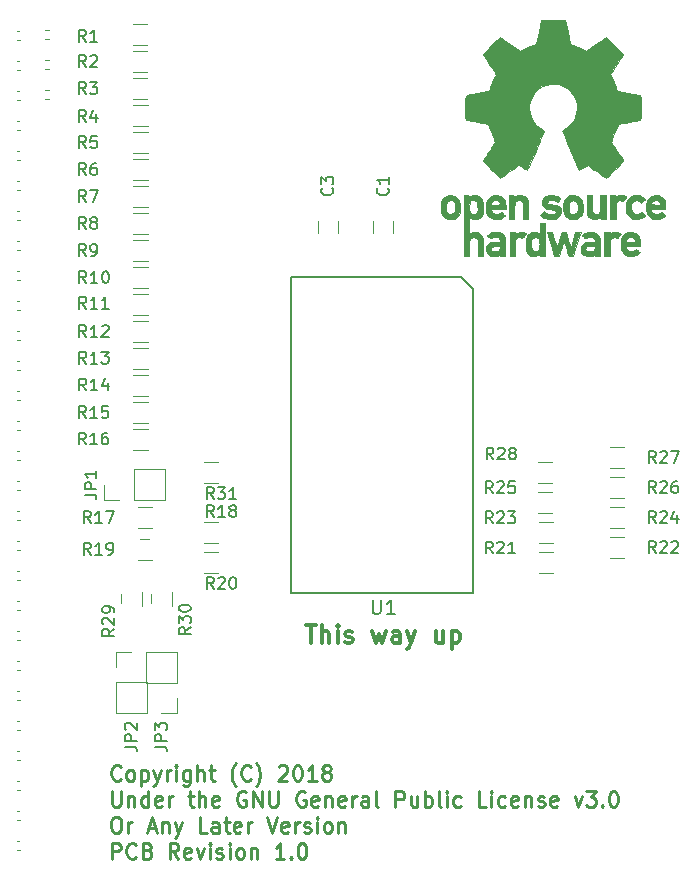
<source format=gto>
G04 #@! TF.FileFunction,Legend,Top*
%FSLAX46Y46*%
G04 Gerber Fmt 4.6, Leading zero omitted, Abs format (unit mm)*
G04 Created by KiCad (PCBNEW 4.0.7) date Wed Jun 27 14:29:21 2018*
%MOMM*%
%LPD*%
G01*
G04 APERTURE LIST*
%ADD10C,0.100000*%
%ADD11C,0.300000*%
%ADD12C,0.250000*%
%ADD13C,0.120000*%
%ADD14C,0.150000*%
%ADD15C,0.010000*%
%ADD16R,1.900000X1.700000*%
%ADD17R,1.700000X1.900000*%
%ADD18R,4.400000X1.035000*%
%ADD19R,2.100000X2.100000*%
%ADD20O,2.100000X2.100000*%
%ADD21R,1.650000X1.900000*%
%ADD22C,2.100000*%
G04 APERTURE END LIST*
D10*
D11*
X170976957Y-106379271D02*
X171834100Y-106379271D01*
X171405529Y-107879271D02*
X171405529Y-106379271D01*
X172334100Y-107879271D02*
X172334100Y-106379271D01*
X172976957Y-107879271D02*
X172976957Y-107093557D01*
X172905528Y-106950700D01*
X172762671Y-106879271D01*
X172548386Y-106879271D01*
X172405528Y-106950700D01*
X172334100Y-107022129D01*
X173691243Y-107879271D02*
X173691243Y-106879271D01*
X173691243Y-106379271D02*
X173619814Y-106450700D01*
X173691243Y-106522129D01*
X173762671Y-106450700D01*
X173691243Y-106379271D01*
X173691243Y-106522129D01*
X174334100Y-107807843D02*
X174476957Y-107879271D01*
X174762672Y-107879271D01*
X174905529Y-107807843D01*
X174976957Y-107664986D01*
X174976957Y-107593557D01*
X174905529Y-107450700D01*
X174762672Y-107379271D01*
X174548386Y-107379271D01*
X174405529Y-107307843D01*
X174334100Y-107164986D01*
X174334100Y-107093557D01*
X174405529Y-106950700D01*
X174548386Y-106879271D01*
X174762672Y-106879271D01*
X174905529Y-106950700D01*
X176619815Y-106879271D02*
X176905529Y-107879271D01*
X177191243Y-107164986D01*
X177476958Y-107879271D01*
X177762672Y-106879271D01*
X178976958Y-107879271D02*
X178976958Y-107093557D01*
X178905529Y-106950700D01*
X178762672Y-106879271D01*
X178476958Y-106879271D01*
X178334101Y-106950700D01*
X178976958Y-107807843D02*
X178834101Y-107879271D01*
X178476958Y-107879271D01*
X178334101Y-107807843D01*
X178262672Y-107664986D01*
X178262672Y-107522129D01*
X178334101Y-107379271D01*
X178476958Y-107307843D01*
X178834101Y-107307843D01*
X178976958Y-107236414D01*
X179548387Y-106879271D02*
X179905530Y-107879271D01*
X180262672Y-106879271D02*
X179905530Y-107879271D01*
X179762672Y-108236414D01*
X179691244Y-108307843D01*
X179548387Y-108379271D01*
X182619815Y-106879271D02*
X182619815Y-107879271D01*
X181976958Y-106879271D02*
X181976958Y-107664986D01*
X182048386Y-107807843D01*
X182191244Y-107879271D01*
X182405529Y-107879271D01*
X182548386Y-107807843D01*
X182619815Y-107736414D01*
X183334101Y-106879271D02*
X183334101Y-108379271D01*
X183334101Y-106950700D02*
X183476958Y-106879271D01*
X183762672Y-106879271D01*
X183905529Y-106950700D01*
X183976958Y-107022129D01*
X184048387Y-107164986D01*
X184048387Y-107593557D01*
X183976958Y-107736414D01*
X183905529Y-107807843D01*
X183762672Y-107879271D01*
X183476958Y-107879271D01*
X183334101Y-107807843D01*
D12*
X155302381Y-119414286D02*
X155240476Y-119476190D01*
X155054762Y-119538095D01*
X154930952Y-119538095D01*
X154745238Y-119476190D01*
X154621429Y-119352381D01*
X154559524Y-119228571D01*
X154497619Y-118980952D01*
X154497619Y-118795238D01*
X154559524Y-118547619D01*
X154621429Y-118423810D01*
X154745238Y-118300000D01*
X154930952Y-118238095D01*
X155054762Y-118238095D01*
X155240476Y-118300000D01*
X155302381Y-118361905D01*
X156045238Y-119538095D02*
X155921429Y-119476190D01*
X155859524Y-119414286D01*
X155797619Y-119290476D01*
X155797619Y-118919048D01*
X155859524Y-118795238D01*
X155921429Y-118733333D01*
X156045238Y-118671429D01*
X156230952Y-118671429D01*
X156354762Y-118733333D01*
X156416667Y-118795238D01*
X156478571Y-118919048D01*
X156478571Y-119290476D01*
X156416667Y-119414286D01*
X156354762Y-119476190D01*
X156230952Y-119538095D01*
X156045238Y-119538095D01*
X157035714Y-118671429D02*
X157035714Y-119971429D01*
X157035714Y-118733333D02*
X157159523Y-118671429D01*
X157407142Y-118671429D01*
X157530952Y-118733333D01*
X157592857Y-118795238D01*
X157654761Y-118919048D01*
X157654761Y-119290476D01*
X157592857Y-119414286D01*
X157530952Y-119476190D01*
X157407142Y-119538095D01*
X157159523Y-119538095D01*
X157035714Y-119476190D01*
X158088094Y-118671429D02*
X158397618Y-119538095D01*
X158707142Y-118671429D02*
X158397618Y-119538095D01*
X158273809Y-119847619D01*
X158211904Y-119909524D01*
X158088094Y-119971429D01*
X159202380Y-119538095D02*
X159202380Y-118671429D01*
X159202380Y-118919048D02*
X159264285Y-118795238D01*
X159326189Y-118733333D01*
X159449999Y-118671429D01*
X159573808Y-118671429D01*
X160007142Y-119538095D02*
X160007142Y-118671429D01*
X160007142Y-118238095D02*
X159945237Y-118300000D01*
X160007142Y-118361905D01*
X160069047Y-118300000D01*
X160007142Y-118238095D01*
X160007142Y-118361905D01*
X161183333Y-118671429D02*
X161183333Y-119723810D01*
X161121428Y-119847619D01*
X161059523Y-119909524D01*
X160935714Y-119971429D01*
X160749999Y-119971429D01*
X160626190Y-119909524D01*
X161183333Y-119476190D02*
X161059523Y-119538095D01*
X160811904Y-119538095D01*
X160688095Y-119476190D01*
X160626190Y-119414286D01*
X160564285Y-119290476D01*
X160564285Y-118919048D01*
X160626190Y-118795238D01*
X160688095Y-118733333D01*
X160811904Y-118671429D01*
X161059523Y-118671429D01*
X161183333Y-118733333D01*
X161802380Y-119538095D02*
X161802380Y-118238095D01*
X162359523Y-119538095D02*
X162359523Y-118857143D01*
X162297618Y-118733333D01*
X162173808Y-118671429D01*
X161988094Y-118671429D01*
X161864285Y-118733333D01*
X161802380Y-118795238D01*
X162792856Y-118671429D02*
X163288094Y-118671429D01*
X162978570Y-118238095D02*
X162978570Y-119352381D01*
X163040475Y-119476190D01*
X163164284Y-119538095D01*
X163288094Y-119538095D01*
X165083331Y-120033333D02*
X165021427Y-119971429D01*
X164897617Y-119785714D01*
X164835712Y-119661905D01*
X164773808Y-119476190D01*
X164711903Y-119166667D01*
X164711903Y-118919048D01*
X164773808Y-118609524D01*
X164835712Y-118423810D01*
X164897617Y-118300000D01*
X165021427Y-118114286D01*
X165083331Y-118052381D01*
X166321427Y-119414286D02*
X166259522Y-119476190D01*
X166073808Y-119538095D01*
X165949998Y-119538095D01*
X165764284Y-119476190D01*
X165640475Y-119352381D01*
X165578570Y-119228571D01*
X165516665Y-118980952D01*
X165516665Y-118795238D01*
X165578570Y-118547619D01*
X165640475Y-118423810D01*
X165764284Y-118300000D01*
X165949998Y-118238095D01*
X166073808Y-118238095D01*
X166259522Y-118300000D01*
X166321427Y-118361905D01*
X166754760Y-120033333D02*
X166816665Y-119971429D01*
X166940475Y-119785714D01*
X167002379Y-119661905D01*
X167064284Y-119476190D01*
X167126189Y-119166667D01*
X167126189Y-118919048D01*
X167064284Y-118609524D01*
X167002379Y-118423810D01*
X166940475Y-118300000D01*
X166816665Y-118114286D01*
X166754760Y-118052381D01*
X168673808Y-118361905D02*
X168735713Y-118300000D01*
X168859522Y-118238095D01*
X169169046Y-118238095D01*
X169292856Y-118300000D01*
X169354760Y-118361905D01*
X169416665Y-118485714D01*
X169416665Y-118609524D01*
X169354760Y-118795238D01*
X168611903Y-119538095D01*
X169416665Y-119538095D01*
X170221427Y-118238095D02*
X170345236Y-118238095D01*
X170469046Y-118300000D01*
X170530951Y-118361905D01*
X170592855Y-118485714D01*
X170654760Y-118733333D01*
X170654760Y-119042857D01*
X170592855Y-119290476D01*
X170530951Y-119414286D01*
X170469046Y-119476190D01*
X170345236Y-119538095D01*
X170221427Y-119538095D01*
X170097617Y-119476190D01*
X170035713Y-119414286D01*
X169973808Y-119290476D01*
X169911903Y-119042857D01*
X169911903Y-118733333D01*
X169973808Y-118485714D01*
X170035713Y-118361905D01*
X170097617Y-118300000D01*
X170221427Y-118238095D01*
X171892855Y-119538095D02*
X171149998Y-119538095D01*
X171521427Y-119538095D02*
X171521427Y-118238095D01*
X171397617Y-118423810D01*
X171273808Y-118547619D01*
X171149998Y-118609524D01*
X172635712Y-118795238D02*
X172511903Y-118733333D01*
X172449998Y-118671429D01*
X172388093Y-118547619D01*
X172388093Y-118485714D01*
X172449998Y-118361905D01*
X172511903Y-118300000D01*
X172635712Y-118238095D01*
X172883331Y-118238095D01*
X173007141Y-118300000D01*
X173069045Y-118361905D01*
X173130950Y-118485714D01*
X173130950Y-118547619D01*
X173069045Y-118671429D01*
X173007141Y-118733333D01*
X172883331Y-118795238D01*
X172635712Y-118795238D01*
X172511903Y-118857143D01*
X172449998Y-118919048D01*
X172388093Y-119042857D01*
X172388093Y-119290476D01*
X172449998Y-119414286D01*
X172511903Y-119476190D01*
X172635712Y-119538095D01*
X172883331Y-119538095D01*
X173007141Y-119476190D01*
X173069045Y-119414286D01*
X173130950Y-119290476D01*
X173130950Y-119042857D01*
X173069045Y-118919048D01*
X173007141Y-118857143D01*
X172883331Y-118795238D01*
X154559524Y-120438095D02*
X154559524Y-121490476D01*
X154621429Y-121614286D01*
X154683333Y-121676190D01*
X154807143Y-121738095D01*
X155054762Y-121738095D01*
X155178571Y-121676190D01*
X155240476Y-121614286D01*
X155302381Y-121490476D01*
X155302381Y-120438095D01*
X155921429Y-120871429D02*
X155921429Y-121738095D01*
X155921429Y-120995238D02*
X155983334Y-120933333D01*
X156107143Y-120871429D01*
X156292857Y-120871429D01*
X156416667Y-120933333D01*
X156478572Y-121057143D01*
X156478572Y-121738095D01*
X157654762Y-121738095D02*
X157654762Y-120438095D01*
X157654762Y-121676190D02*
X157530952Y-121738095D01*
X157283333Y-121738095D01*
X157159524Y-121676190D01*
X157097619Y-121614286D01*
X157035714Y-121490476D01*
X157035714Y-121119048D01*
X157097619Y-120995238D01*
X157159524Y-120933333D01*
X157283333Y-120871429D01*
X157530952Y-120871429D01*
X157654762Y-120933333D01*
X158769047Y-121676190D02*
X158645237Y-121738095D01*
X158397618Y-121738095D01*
X158273809Y-121676190D01*
X158211904Y-121552381D01*
X158211904Y-121057143D01*
X158273809Y-120933333D01*
X158397618Y-120871429D01*
X158645237Y-120871429D01*
X158769047Y-120933333D01*
X158830952Y-121057143D01*
X158830952Y-121180952D01*
X158211904Y-121304762D01*
X159388095Y-121738095D02*
X159388095Y-120871429D01*
X159388095Y-121119048D02*
X159450000Y-120995238D01*
X159511904Y-120933333D01*
X159635714Y-120871429D01*
X159759523Y-120871429D01*
X160997619Y-120871429D02*
X161492857Y-120871429D01*
X161183333Y-120438095D02*
X161183333Y-121552381D01*
X161245238Y-121676190D01*
X161369047Y-121738095D01*
X161492857Y-121738095D01*
X161926190Y-121738095D02*
X161926190Y-120438095D01*
X162483333Y-121738095D02*
X162483333Y-121057143D01*
X162421428Y-120933333D01*
X162297618Y-120871429D01*
X162111904Y-120871429D01*
X161988095Y-120933333D01*
X161926190Y-120995238D01*
X163597618Y-121676190D02*
X163473808Y-121738095D01*
X163226189Y-121738095D01*
X163102380Y-121676190D01*
X163040475Y-121552381D01*
X163040475Y-121057143D01*
X163102380Y-120933333D01*
X163226189Y-120871429D01*
X163473808Y-120871429D01*
X163597618Y-120933333D01*
X163659523Y-121057143D01*
X163659523Y-121180952D01*
X163040475Y-121304762D01*
X165888094Y-120500000D02*
X165764285Y-120438095D01*
X165578570Y-120438095D01*
X165392856Y-120500000D01*
X165269047Y-120623810D01*
X165207142Y-120747619D01*
X165145237Y-120995238D01*
X165145237Y-121180952D01*
X165207142Y-121428571D01*
X165269047Y-121552381D01*
X165392856Y-121676190D01*
X165578570Y-121738095D01*
X165702380Y-121738095D01*
X165888094Y-121676190D01*
X165949999Y-121614286D01*
X165949999Y-121180952D01*
X165702380Y-121180952D01*
X166507142Y-121738095D02*
X166507142Y-120438095D01*
X167249999Y-121738095D01*
X167249999Y-120438095D01*
X167869047Y-120438095D02*
X167869047Y-121490476D01*
X167930952Y-121614286D01*
X167992856Y-121676190D01*
X168116666Y-121738095D01*
X168364285Y-121738095D01*
X168488094Y-121676190D01*
X168549999Y-121614286D01*
X168611904Y-121490476D01*
X168611904Y-120438095D01*
X170902380Y-120500000D02*
X170778571Y-120438095D01*
X170592856Y-120438095D01*
X170407142Y-120500000D01*
X170283333Y-120623810D01*
X170221428Y-120747619D01*
X170159523Y-120995238D01*
X170159523Y-121180952D01*
X170221428Y-121428571D01*
X170283333Y-121552381D01*
X170407142Y-121676190D01*
X170592856Y-121738095D01*
X170716666Y-121738095D01*
X170902380Y-121676190D01*
X170964285Y-121614286D01*
X170964285Y-121180952D01*
X170716666Y-121180952D01*
X172016666Y-121676190D02*
X171892856Y-121738095D01*
X171645237Y-121738095D01*
X171521428Y-121676190D01*
X171459523Y-121552381D01*
X171459523Y-121057143D01*
X171521428Y-120933333D01*
X171645237Y-120871429D01*
X171892856Y-120871429D01*
X172016666Y-120933333D01*
X172078571Y-121057143D01*
X172078571Y-121180952D01*
X171459523Y-121304762D01*
X172635714Y-120871429D02*
X172635714Y-121738095D01*
X172635714Y-120995238D02*
X172697619Y-120933333D01*
X172821428Y-120871429D01*
X173007142Y-120871429D01*
X173130952Y-120933333D01*
X173192857Y-121057143D01*
X173192857Y-121738095D01*
X174307142Y-121676190D02*
X174183332Y-121738095D01*
X173935713Y-121738095D01*
X173811904Y-121676190D01*
X173749999Y-121552381D01*
X173749999Y-121057143D01*
X173811904Y-120933333D01*
X173935713Y-120871429D01*
X174183332Y-120871429D01*
X174307142Y-120933333D01*
X174369047Y-121057143D01*
X174369047Y-121180952D01*
X173749999Y-121304762D01*
X174926190Y-121738095D02*
X174926190Y-120871429D01*
X174926190Y-121119048D02*
X174988095Y-120995238D01*
X175049999Y-120933333D01*
X175173809Y-120871429D01*
X175297618Y-120871429D01*
X176288095Y-121738095D02*
X176288095Y-121057143D01*
X176226190Y-120933333D01*
X176102380Y-120871429D01*
X175854761Y-120871429D01*
X175730952Y-120933333D01*
X176288095Y-121676190D02*
X176164285Y-121738095D01*
X175854761Y-121738095D01*
X175730952Y-121676190D01*
X175669047Y-121552381D01*
X175669047Y-121428571D01*
X175730952Y-121304762D01*
X175854761Y-121242857D01*
X176164285Y-121242857D01*
X176288095Y-121180952D01*
X177092856Y-121738095D02*
X176969047Y-121676190D01*
X176907142Y-121552381D01*
X176907142Y-120438095D01*
X178578570Y-121738095D02*
X178578570Y-120438095D01*
X179073808Y-120438095D01*
X179197617Y-120500000D01*
X179259522Y-120561905D01*
X179321427Y-120685714D01*
X179321427Y-120871429D01*
X179259522Y-120995238D01*
X179197617Y-121057143D01*
X179073808Y-121119048D01*
X178578570Y-121119048D01*
X180435713Y-120871429D02*
X180435713Y-121738095D01*
X179878570Y-120871429D02*
X179878570Y-121552381D01*
X179940475Y-121676190D01*
X180064284Y-121738095D01*
X180249998Y-121738095D01*
X180373808Y-121676190D01*
X180435713Y-121614286D01*
X181054760Y-121738095D02*
X181054760Y-120438095D01*
X181054760Y-120933333D02*
X181178569Y-120871429D01*
X181426188Y-120871429D01*
X181549998Y-120933333D01*
X181611903Y-120995238D01*
X181673807Y-121119048D01*
X181673807Y-121490476D01*
X181611903Y-121614286D01*
X181549998Y-121676190D01*
X181426188Y-121738095D01*
X181178569Y-121738095D01*
X181054760Y-121676190D01*
X182416664Y-121738095D02*
X182292855Y-121676190D01*
X182230950Y-121552381D01*
X182230950Y-120438095D01*
X182911902Y-121738095D02*
X182911902Y-120871429D01*
X182911902Y-120438095D02*
X182849997Y-120500000D01*
X182911902Y-120561905D01*
X182973807Y-120500000D01*
X182911902Y-120438095D01*
X182911902Y-120561905D01*
X184088093Y-121676190D02*
X183964283Y-121738095D01*
X183716664Y-121738095D01*
X183592855Y-121676190D01*
X183530950Y-121614286D01*
X183469045Y-121490476D01*
X183469045Y-121119048D01*
X183530950Y-120995238D01*
X183592855Y-120933333D01*
X183716664Y-120871429D01*
X183964283Y-120871429D01*
X184088093Y-120933333D01*
X186254759Y-121738095D02*
X185635712Y-121738095D01*
X185635712Y-120438095D01*
X186688093Y-121738095D02*
X186688093Y-120871429D01*
X186688093Y-120438095D02*
X186626188Y-120500000D01*
X186688093Y-120561905D01*
X186749998Y-120500000D01*
X186688093Y-120438095D01*
X186688093Y-120561905D01*
X187864284Y-121676190D02*
X187740474Y-121738095D01*
X187492855Y-121738095D01*
X187369046Y-121676190D01*
X187307141Y-121614286D01*
X187245236Y-121490476D01*
X187245236Y-121119048D01*
X187307141Y-120995238D01*
X187369046Y-120933333D01*
X187492855Y-120871429D01*
X187740474Y-120871429D01*
X187864284Y-120933333D01*
X188916665Y-121676190D02*
X188792855Y-121738095D01*
X188545236Y-121738095D01*
X188421427Y-121676190D01*
X188359522Y-121552381D01*
X188359522Y-121057143D01*
X188421427Y-120933333D01*
X188545236Y-120871429D01*
X188792855Y-120871429D01*
X188916665Y-120933333D01*
X188978570Y-121057143D01*
X188978570Y-121180952D01*
X188359522Y-121304762D01*
X189535713Y-120871429D02*
X189535713Y-121738095D01*
X189535713Y-120995238D02*
X189597618Y-120933333D01*
X189721427Y-120871429D01*
X189907141Y-120871429D01*
X190030951Y-120933333D01*
X190092856Y-121057143D01*
X190092856Y-121738095D01*
X190649998Y-121676190D02*
X190773808Y-121738095D01*
X191021427Y-121738095D01*
X191145236Y-121676190D01*
X191207141Y-121552381D01*
X191207141Y-121490476D01*
X191145236Y-121366667D01*
X191021427Y-121304762D01*
X190835712Y-121304762D01*
X190711903Y-121242857D01*
X190649998Y-121119048D01*
X190649998Y-121057143D01*
X190711903Y-120933333D01*
X190835712Y-120871429D01*
X191021427Y-120871429D01*
X191145236Y-120933333D01*
X192259522Y-121676190D02*
X192135712Y-121738095D01*
X191888093Y-121738095D01*
X191764284Y-121676190D01*
X191702379Y-121552381D01*
X191702379Y-121057143D01*
X191764284Y-120933333D01*
X191888093Y-120871429D01*
X192135712Y-120871429D01*
X192259522Y-120933333D01*
X192321427Y-121057143D01*
X192321427Y-121180952D01*
X191702379Y-121304762D01*
X193745236Y-120871429D02*
X194054760Y-121738095D01*
X194364284Y-120871429D01*
X194735712Y-120438095D02*
X195540474Y-120438095D01*
X195107141Y-120933333D01*
X195292855Y-120933333D01*
X195416665Y-120995238D01*
X195478569Y-121057143D01*
X195540474Y-121180952D01*
X195540474Y-121490476D01*
X195478569Y-121614286D01*
X195416665Y-121676190D01*
X195292855Y-121738095D01*
X194921427Y-121738095D01*
X194797617Y-121676190D01*
X194735712Y-121614286D01*
X196097617Y-121614286D02*
X196159522Y-121676190D01*
X196097617Y-121738095D01*
X196035712Y-121676190D01*
X196097617Y-121614286D01*
X196097617Y-121738095D01*
X196964284Y-120438095D02*
X197088093Y-120438095D01*
X197211903Y-120500000D01*
X197273808Y-120561905D01*
X197335712Y-120685714D01*
X197397617Y-120933333D01*
X197397617Y-121242857D01*
X197335712Y-121490476D01*
X197273808Y-121614286D01*
X197211903Y-121676190D01*
X197088093Y-121738095D01*
X196964284Y-121738095D01*
X196840474Y-121676190D01*
X196778570Y-121614286D01*
X196716665Y-121490476D01*
X196654760Y-121242857D01*
X196654760Y-120933333D01*
X196716665Y-120685714D01*
X196778570Y-120561905D01*
X196840474Y-120500000D01*
X196964284Y-120438095D01*
X154807143Y-122638095D02*
X155054762Y-122638095D01*
X155178571Y-122700000D01*
X155302381Y-122823810D01*
X155364286Y-123071429D01*
X155364286Y-123504762D01*
X155302381Y-123752381D01*
X155178571Y-123876190D01*
X155054762Y-123938095D01*
X154807143Y-123938095D01*
X154683333Y-123876190D01*
X154559524Y-123752381D01*
X154497619Y-123504762D01*
X154497619Y-123071429D01*
X154559524Y-122823810D01*
X154683333Y-122700000D01*
X154807143Y-122638095D01*
X155921429Y-123938095D02*
X155921429Y-123071429D01*
X155921429Y-123319048D02*
X155983334Y-123195238D01*
X156045238Y-123133333D01*
X156169048Y-123071429D01*
X156292857Y-123071429D01*
X157654762Y-123566667D02*
X158273810Y-123566667D01*
X157530953Y-123938095D02*
X157964286Y-122638095D01*
X158397619Y-123938095D01*
X158830953Y-123071429D02*
X158830953Y-123938095D01*
X158830953Y-123195238D02*
X158892858Y-123133333D01*
X159016667Y-123071429D01*
X159202381Y-123071429D01*
X159326191Y-123133333D01*
X159388096Y-123257143D01*
X159388096Y-123938095D01*
X159883333Y-123071429D02*
X160192857Y-123938095D01*
X160502381Y-123071429D02*
X160192857Y-123938095D01*
X160069048Y-124247619D01*
X160007143Y-124309524D01*
X159883333Y-124371429D01*
X162607142Y-123938095D02*
X161988095Y-123938095D01*
X161988095Y-122638095D01*
X163597619Y-123938095D02*
X163597619Y-123257143D01*
X163535714Y-123133333D01*
X163411904Y-123071429D01*
X163164285Y-123071429D01*
X163040476Y-123133333D01*
X163597619Y-123876190D02*
X163473809Y-123938095D01*
X163164285Y-123938095D01*
X163040476Y-123876190D01*
X162978571Y-123752381D01*
X162978571Y-123628571D01*
X163040476Y-123504762D01*
X163164285Y-123442857D01*
X163473809Y-123442857D01*
X163597619Y-123380952D01*
X164030952Y-123071429D02*
X164526190Y-123071429D01*
X164216666Y-122638095D02*
X164216666Y-123752381D01*
X164278571Y-123876190D01*
X164402380Y-123938095D01*
X164526190Y-123938095D01*
X165454761Y-123876190D02*
X165330951Y-123938095D01*
X165083332Y-123938095D01*
X164959523Y-123876190D01*
X164897618Y-123752381D01*
X164897618Y-123257143D01*
X164959523Y-123133333D01*
X165083332Y-123071429D01*
X165330951Y-123071429D01*
X165454761Y-123133333D01*
X165516666Y-123257143D01*
X165516666Y-123380952D01*
X164897618Y-123504762D01*
X166073809Y-123938095D02*
X166073809Y-123071429D01*
X166073809Y-123319048D02*
X166135714Y-123195238D01*
X166197618Y-123133333D01*
X166321428Y-123071429D01*
X166445237Y-123071429D01*
X167683333Y-122638095D02*
X168116666Y-123938095D01*
X168549999Y-122638095D01*
X169478571Y-123876190D02*
X169354761Y-123938095D01*
X169107142Y-123938095D01*
X168983333Y-123876190D01*
X168921428Y-123752381D01*
X168921428Y-123257143D01*
X168983333Y-123133333D01*
X169107142Y-123071429D01*
X169354761Y-123071429D01*
X169478571Y-123133333D01*
X169540476Y-123257143D01*
X169540476Y-123380952D01*
X168921428Y-123504762D01*
X170097619Y-123938095D02*
X170097619Y-123071429D01*
X170097619Y-123319048D02*
X170159524Y-123195238D01*
X170221428Y-123133333D01*
X170345238Y-123071429D01*
X170469047Y-123071429D01*
X170840476Y-123876190D02*
X170964286Y-123938095D01*
X171211905Y-123938095D01*
X171335714Y-123876190D01*
X171397619Y-123752381D01*
X171397619Y-123690476D01*
X171335714Y-123566667D01*
X171211905Y-123504762D01*
X171026190Y-123504762D01*
X170902381Y-123442857D01*
X170840476Y-123319048D01*
X170840476Y-123257143D01*
X170902381Y-123133333D01*
X171026190Y-123071429D01*
X171211905Y-123071429D01*
X171335714Y-123133333D01*
X171954762Y-123938095D02*
X171954762Y-123071429D01*
X171954762Y-122638095D02*
X171892857Y-122700000D01*
X171954762Y-122761905D01*
X172016667Y-122700000D01*
X171954762Y-122638095D01*
X171954762Y-122761905D01*
X172759524Y-123938095D02*
X172635715Y-123876190D01*
X172573810Y-123814286D01*
X172511905Y-123690476D01*
X172511905Y-123319048D01*
X172573810Y-123195238D01*
X172635715Y-123133333D01*
X172759524Y-123071429D01*
X172945238Y-123071429D01*
X173069048Y-123133333D01*
X173130953Y-123195238D01*
X173192857Y-123319048D01*
X173192857Y-123690476D01*
X173130953Y-123814286D01*
X173069048Y-123876190D01*
X172945238Y-123938095D01*
X172759524Y-123938095D01*
X173750000Y-123071429D02*
X173750000Y-123938095D01*
X173750000Y-123195238D02*
X173811905Y-123133333D01*
X173935714Y-123071429D01*
X174121428Y-123071429D01*
X174245238Y-123133333D01*
X174307143Y-123257143D01*
X174307143Y-123938095D01*
X154559524Y-126138095D02*
X154559524Y-124838095D01*
X155054762Y-124838095D01*
X155178571Y-124900000D01*
X155240476Y-124961905D01*
X155302381Y-125085714D01*
X155302381Y-125271429D01*
X155240476Y-125395238D01*
X155178571Y-125457143D01*
X155054762Y-125519048D01*
X154559524Y-125519048D01*
X156602381Y-126014286D02*
X156540476Y-126076190D01*
X156354762Y-126138095D01*
X156230952Y-126138095D01*
X156045238Y-126076190D01*
X155921429Y-125952381D01*
X155859524Y-125828571D01*
X155797619Y-125580952D01*
X155797619Y-125395238D01*
X155859524Y-125147619D01*
X155921429Y-125023810D01*
X156045238Y-124900000D01*
X156230952Y-124838095D01*
X156354762Y-124838095D01*
X156540476Y-124900000D01*
X156602381Y-124961905D01*
X157592857Y-125457143D02*
X157778571Y-125519048D01*
X157840476Y-125580952D01*
X157902381Y-125704762D01*
X157902381Y-125890476D01*
X157840476Y-126014286D01*
X157778571Y-126076190D01*
X157654762Y-126138095D01*
X157159524Y-126138095D01*
X157159524Y-124838095D01*
X157592857Y-124838095D01*
X157716667Y-124900000D01*
X157778571Y-124961905D01*
X157840476Y-125085714D01*
X157840476Y-125209524D01*
X157778571Y-125333333D01*
X157716667Y-125395238D01*
X157592857Y-125457143D01*
X157159524Y-125457143D01*
X160192857Y-126138095D02*
X159759524Y-125519048D01*
X159450000Y-126138095D02*
X159450000Y-124838095D01*
X159945238Y-124838095D01*
X160069047Y-124900000D01*
X160130952Y-124961905D01*
X160192857Y-125085714D01*
X160192857Y-125271429D01*
X160130952Y-125395238D01*
X160069047Y-125457143D01*
X159945238Y-125519048D01*
X159450000Y-125519048D01*
X161245238Y-126076190D02*
X161121428Y-126138095D01*
X160873809Y-126138095D01*
X160750000Y-126076190D01*
X160688095Y-125952381D01*
X160688095Y-125457143D01*
X160750000Y-125333333D01*
X160873809Y-125271429D01*
X161121428Y-125271429D01*
X161245238Y-125333333D01*
X161307143Y-125457143D01*
X161307143Y-125580952D01*
X160688095Y-125704762D01*
X161740476Y-125271429D02*
X162050000Y-126138095D01*
X162359524Y-125271429D01*
X162854762Y-126138095D02*
X162854762Y-125271429D01*
X162854762Y-124838095D02*
X162792857Y-124900000D01*
X162854762Y-124961905D01*
X162916667Y-124900000D01*
X162854762Y-124838095D01*
X162854762Y-124961905D01*
X163411905Y-126076190D02*
X163535715Y-126138095D01*
X163783334Y-126138095D01*
X163907143Y-126076190D01*
X163969048Y-125952381D01*
X163969048Y-125890476D01*
X163907143Y-125766667D01*
X163783334Y-125704762D01*
X163597619Y-125704762D01*
X163473810Y-125642857D01*
X163411905Y-125519048D01*
X163411905Y-125457143D01*
X163473810Y-125333333D01*
X163597619Y-125271429D01*
X163783334Y-125271429D01*
X163907143Y-125333333D01*
X164526191Y-126138095D02*
X164526191Y-125271429D01*
X164526191Y-124838095D02*
X164464286Y-124900000D01*
X164526191Y-124961905D01*
X164588096Y-124900000D01*
X164526191Y-124838095D01*
X164526191Y-124961905D01*
X165330953Y-126138095D02*
X165207144Y-126076190D01*
X165145239Y-126014286D01*
X165083334Y-125890476D01*
X165083334Y-125519048D01*
X165145239Y-125395238D01*
X165207144Y-125333333D01*
X165330953Y-125271429D01*
X165516667Y-125271429D01*
X165640477Y-125333333D01*
X165702382Y-125395238D01*
X165764286Y-125519048D01*
X165764286Y-125890476D01*
X165702382Y-126014286D01*
X165640477Y-126076190D01*
X165516667Y-126138095D01*
X165330953Y-126138095D01*
X166321429Y-125271429D02*
X166321429Y-126138095D01*
X166321429Y-125395238D02*
X166383334Y-125333333D01*
X166507143Y-125271429D01*
X166692857Y-125271429D01*
X166816667Y-125333333D01*
X166878572Y-125457143D01*
X166878572Y-126138095D01*
X169169047Y-126138095D02*
X168426190Y-126138095D01*
X168797619Y-126138095D02*
X168797619Y-124838095D01*
X168673809Y-125023810D01*
X168550000Y-125147619D01*
X168426190Y-125209524D01*
X169726190Y-126014286D02*
X169788095Y-126076190D01*
X169726190Y-126138095D01*
X169664285Y-126076190D01*
X169726190Y-126014286D01*
X169726190Y-126138095D01*
X170592857Y-124838095D02*
X170716666Y-124838095D01*
X170840476Y-124900000D01*
X170902381Y-124961905D01*
X170964285Y-125085714D01*
X171026190Y-125333333D01*
X171026190Y-125642857D01*
X170964285Y-125890476D01*
X170902381Y-126014286D01*
X170840476Y-126076190D01*
X170716666Y-126138095D01*
X170592857Y-126138095D01*
X170469047Y-126076190D01*
X170407143Y-126014286D01*
X170345238Y-125890476D01*
X170283333Y-125642857D01*
X170283333Y-125333333D01*
X170345238Y-125085714D01*
X170407143Y-124961905D01*
X170469047Y-124900000D01*
X170592857Y-124838095D01*
D13*
X157572000Y-57268000D02*
X156372000Y-57268000D01*
X156372000Y-55508000D02*
X157572000Y-55508000D01*
X157572000Y-59554000D02*
X156372000Y-59554000D01*
X156372000Y-57794000D02*
X157572000Y-57794000D01*
X157572000Y-61840000D02*
X156372000Y-61840000D01*
X156372000Y-60080000D02*
X157572000Y-60080000D01*
X157586000Y-64126000D02*
X156386000Y-64126000D01*
X156386000Y-62366000D02*
X157586000Y-62366000D01*
X157586000Y-66412000D02*
X156386000Y-66412000D01*
X156386000Y-64652000D02*
X157586000Y-64652000D01*
X157586000Y-68698000D02*
X156386000Y-68698000D01*
X156386000Y-66938000D02*
X157586000Y-66938000D01*
X157586000Y-70984000D02*
X156386000Y-70984000D01*
X156386000Y-69224000D02*
X157586000Y-69224000D01*
X157586000Y-73270000D02*
X156386000Y-73270000D01*
X156386000Y-71510000D02*
X157586000Y-71510000D01*
X157586000Y-75556000D02*
X156386000Y-75556000D01*
X156386000Y-73796000D02*
X157586000Y-73796000D01*
X157586000Y-77842000D02*
X156386000Y-77842000D01*
X156386000Y-76082000D02*
X157586000Y-76082000D01*
X157586000Y-80128000D02*
X156386000Y-80128000D01*
X156386000Y-78368000D02*
X157586000Y-78368000D01*
X157586000Y-82414000D02*
X156386000Y-82414000D01*
X156386000Y-80654000D02*
X157586000Y-80654000D01*
X157586000Y-84700000D02*
X156386000Y-84700000D01*
X156386000Y-82940000D02*
X157586000Y-82940000D01*
X157586000Y-86986000D02*
X156386000Y-86986000D01*
X156386000Y-85226000D02*
X157586000Y-85226000D01*
X157586000Y-89272000D02*
X156386000Y-89272000D01*
X156386000Y-87512000D02*
X157586000Y-87512000D01*
X157586000Y-91558000D02*
X156386000Y-91558000D01*
X156386000Y-89798000D02*
X157586000Y-89798000D01*
X156800000Y-96402000D02*
X158000000Y-96402000D01*
X158000000Y-98162000D02*
X156800000Y-98162000D01*
X163588000Y-99432000D02*
X162388000Y-99432000D01*
X162388000Y-97672000D02*
X163588000Y-97672000D01*
X156800000Y-99069000D02*
X158000000Y-99069000D01*
X158000000Y-100829000D02*
X156800000Y-100829000D01*
X163588000Y-101972000D02*
X162388000Y-101972000D01*
X162388000Y-100212000D02*
X163588000Y-100212000D01*
X191942000Y-101972000D02*
X190742000Y-101972000D01*
X190742000Y-100212000D02*
X191942000Y-100212000D01*
X196758000Y-98942000D02*
X197958000Y-98942000D01*
X197958000Y-100702000D02*
X196758000Y-100702000D01*
X191942000Y-99432000D02*
X190742000Y-99432000D01*
X190742000Y-97672000D02*
X191942000Y-97672000D01*
X196758000Y-96402000D02*
X197958000Y-96402000D01*
X197958000Y-98162000D02*
X196758000Y-98162000D01*
X191862000Y-96892000D02*
X190662000Y-96892000D01*
X190662000Y-95132000D02*
X191862000Y-95132000D01*
X196758000Y-93862000D02*
X197958000Y-93862000D01*
X197958000Y-95622000D02*
X196758000Y-95622000D01*
X197958000Y-93082000D02*
X196758000Y-93082000D01*
X196758000Y-91322000D02*
X197958000Y-91322000D01*
X190662000Y-92592000D02*
X191862000Y-92592000D01*
X191862000Y-94352000D02*
X190662000Y-94352000D01*
X157090000Y-103540000D02*
X157090000Y-104740000D01*
X155330000Y-104740000D02*
X155330000Y-103540000D01*
X157870000Y-104740000D02*
X157870000Y-103540000D01*
X159630000Y-103540000D02*
X159630000Y-104740000D01*
X162388000Y-92592000D02*
X163588000Y-92592000D01*
X163588000Y-94352000D02*
X162388000Y-94352000D01*
D14*
X185120000Y-77914500D02*
X184120000Y-76914500D01*
X184120000Y-76914500D02*
X169720000Y-76914500D01*
X169720000Y-76914500D02*
X169720000Y-103679500D01*
X169720000Y-103679500D02*
X185120000Y-103679500D01*
X185120000Y-103679500D02*
X185120000Y-77914500D01*
D13*
X159064000Y-95818000D02*
X159064000Y-93158000D01*
X156464000Y-95818000D02*
X159064000Y-95818000D01*
X156464000Y-93158000D02*
X159064000Y-93158000D01*
X156464000Y-95818000D02*
X156464000Y-93158000D01*
X155194000Y-95818000D02*
X153864000Y-95818000D01*
X153864000Y-95818000D02*
X153864000Y-94488000D01*
X154880000Y-113830000D02*
X157540000Y-113830000D01*
X154880000Y-111230000D02*
X154880000Y-113830000D01*
X157540000Y-111230000D02*
X157540000Y-113830000D01*
X154880000Y-111230000D02*
X157540000Y-111230000D01*
X154880000Y-109960000D02*
X154880000Y-108630000D01*
X154880000Y-108630000D02*
X156210000Y-108630000D01*
X160080000Y-108652000D02*
X157420000Y-108652000D01*
X160080000Y-111252000D02*
X160080000Y-108652000D01*
X157420000Y-111252000D02*
X157420000Y-108652000D01*
X160080000Y-111252000D02*
X157420000Y-111252000D01*
X160080000Y-112522000D02*
X160080000Y-113852000D01*
X160080000Y-113852000D02*
X158750000Y-113852000D01*
X176696000Y-72144000D02*
X176696000Y-73144000D01*
X178396000Y-73144000D02*
X178396000Y-72144000D01*
X171997000Y-72144000D02*
X171997000Y-73144000D01*
X173697000Y-73144000D02*
X173697000Y-72144000D01*
D15*
G36*
X185576192Y-70016166D02*
X185663985Y-70059540D01*
X185772249Y-70135122D01*
X185851155Y-70217542D01*
X185905195Y-70321037D01*
X185938859Y-70459843D01*
X185956637Y-70648194D01*
X185963020Y-70900328D01*
X185963393Y-71008724D01*
X185962304Y-71246287D01*
X185957778Y-71416068D01*
X185947932Y-71533550D01*
X185930882Y-71614215D01*
X185904741Y-71673545D01*
X185877542Y-71714020D01*
X185703920Y-71886225D01*
X185499462Y-71989806D01*
X185278896Y-72020960D01*
X185056954Y-71975885D01*
X184986640Y-71944009D01*
X184818311Y-71856271D01*
X184818311Y-73231172D01*
X184941162Y-73167643D01*
X185103033Y-73118491D01*
X185301995Y-73105900D01*
X185500672Y-73129147D01*
X185650710Y-73181370D01*
X185775159Y-73280826D01*
X185881492Y-73423143D01*
X185889487Y-73437755D01*
X185923207Y-73506582D01*
X185947834Y-73575956D01*
X185964786Y-73659996D01*
X185975481Y-73772816D01*
X185981338Y-73928533D01*
X185983773Y-74141265D01*
X185984213Y-74380664D01*
X185984213Y-75144443D01*
X185526180Y-75144443D01*
X185526180Y-73736108D01*
X185398067Y-73628308D01*
X185264982Y-73542079D01*
X185138952Y-73526401D01*
X185012222Y-73566747D01*
X184944683Y-73606254D01*
X184894414Y-73662527D01*
X184858662Y-73747572D01*
X184834672Y-73873394D01*
X184819689Y-74051998D01*
X184810960Y-74295391D01*
X184807886Y-74457394D01*
X184797492Y-75123623D01*
X184578885Y-75136209D01*
X184360279Y-75148795D01*
X184360279Y-71014464D01*
X184818311Y-71014464D01*
X184829989Y-71244953D01*
X184869338Y-71404950D01*
X184942834Y-71504497D01*
X185056951Y-71553639D01*
X185172246Y-71563459D01*
X185302762Y-71552175D01*
X185389383Y-71507764D01*
X185443549Y-71449081D01*
X185486190Y-71385962D01*
X185511574Y-71315645D01*
X185522869Y-71217123D01*
X185523240Y-71069387D01*
X185519440Y-70945683D01*
X185510712Y-70759328D01*
X185497720Y-70636982D01*
X185475841Y-70559377D01*
X185440454Y-70507245D01*
X185407059Y-70477111D01*
X185267525Y-70411399D01*
X185102381Y-70400787D01*
X185007554Y-70423423D01*
X184913666Y-70503881D01*
X184851474Y-70660392D01*
X184821331Y-70891852D01*
X184818311Y-71014464D01*
X184360279Y-71014464D01*
X184360279Y-69981164D01*
X184589295Y-69981164D01*
X184726794Y-69986602D01*
X184797733Y-70005909D01*
X184818303Y-70043576D01*
X184818311Y-70044692D01*
X184827855Y-70081581D01*
X184869949Y-70077393D01*
X184953639Y-70036859D01*
X185148646Y-69974850D01*
X185368046Y-69968332D01*
X185576192Y-70016166D01*
X185576192Y-70016166D01*
G37*
X185576192Y-70016166D02*
X185663985Y-70059540D01*
X185772249Y-70135122D01*
X185851155Y-70217542D01*
X185905195Y-70321037D01*
X185938859Y-70459843D01*
X185956637Y-70648194D01*
X185963020Y-70900328D01*
X185963393Y-71008724D01*
X185962304Y-71246287D01*
X185957778Y-71416068D01*
X185947932Y-71533550D01*
X185930882Y-71614215D01*
X185904741Y-71673545D01*
X185877542Y-71714020D01*
X185703920Y-71886225D01*
X185499462Y-71989806D01*
X185278896Y-72020960D01*
X185056954Y-71975885D01*
X184986640Y-71944009D01*
X184818311Y-71856271D01*
X184818311Y-73231172D01*
X184941162Y-73167643D01*
X185103033Y-73118491D01*
X185301995Y-73105900D01*
X185500672Y-73129147D01*
X185650710Y-73181370D01*
X185775159Y-73280826D01*
X185881492Y-73423143D01*
X185889487Y-73437755D01*
X185923207Y-73506582D01*
X185947834Y-73575956D01*
X185964786Y-73659996D01*
X185975481Y-73772816D01*
X185981338Y-73928533D01*
X185983773Y-74141265D01*
X185984213Y-74380664D01*
X185984213Y-75144443D01*
X185526180Y-75144443D01*
X185526180Y-73736108D01*
X185398067Y-73628308D01*
X185264982Y-73542079D01*
X185138952Y-73526401D01*
X185012222Y-73566747D01*
X184944683Y-73606254D01*
X184894414Y-73662527D01*
X184858662Y-73747572D01*
X184834672Y-73873394D01*
X184819689Y-74051998D01*
X184810960Y-74295391D01*
X184807886Y-74457394D01*
X184797492Y-75123623D01*
X184578885Y-75136209D01*
X184360279Y-75148795D01*
X184360279Y-71014464D01*
X184818311Y-71014464D01*
X184829989Y-71244953D01*
X184869338Y-71404950D01*
X184942834Y-71504497D01*
X185056951Y-71553639D01*
X185172246Y-71563459D01*
X185302762Y-71552175D01*
X185389383Y-71507764D01*
X185443549Y-71449081D01*
X185486190Y-71385962D01*
X185511574Y-71315645D01*
X185522869Y-71217123D01*
X185523240Y-71069387D01*
X185519440Y-70945683D01*
X185510712Y-70759328D01*
X185497720Y-70636982D01*
X185475841Y-70559377D01*
X185440454Y-70507245D01*
X185407059Y-70477111D01*
X185267525Y-70411399D01*
X185102381Y-70400787D01*
X185007554Y-70423423D01*
X184913666Y-70503881D01*
X184851474Y-70660392D01*
X184821331Y-70891852D01*
X184818311Y-71014464D01*
X184360279Y-71014464D01*
X184360279Y-69981164D01*
X184589295Y-69981164D01*
X184726794Y-69986602D01*
X184797733Y-70005909D01*
X184818303Y-70043576D01*
X184818311Y-70044692D01*
X184827855Y-70081581D01*
X184869949Y-70077393D01*
X184953639Y-70036859D01*
X185148646Y-69974850D01*
X185368046Y-69968332D01*
X185576192Y-70016166D01*
G36*
X187313221Y-73120247D02*
X187509111Y-73172514D01*
X187658233Y-73267253D01*
X187763465Y-73391338D01*
X187796179Y-73444296D01*
X187820331Y-73499768D01*
X187837216Y-73570730D01*
X187848127Y-73670154D01*
X187854360Y-73811016D01*
X187857209Y-74006289D01*
X187857968Y-74268948D01*
X187857984Y-74338633D01*
X187857984Y-75144443D01*
X187658115Y-75144443D01*
X187530630Y-75135515D01*
X187436366Y-75112896D01*
X187412749Y-75098946D01*
X187348185Y-75074870D01*
X187282241Y-75098946D01*
X187173668Y-75129003D01*
X187015958Y-75141100D01*
X186841156Y-75135851D01*
X186681307Y-75113869D01*
X186587984Y-75085663D01*
X186407391Y-74969731D01*
X186294530Y-74808847D01*
X186243791Y-74594936D01*
X186243320Y-74589443D01*
X186247773Y-74494547D01*
X186650443Y-74494547D01*
X186685646Y-74602484D01*
X186742986Y-74663229D01*
X186858087Y-74709172D01*
X187010014Y-74727512D01*
X187164939Y-74718485D01*
X187289036Y-74682332D01*
X187323803Y-74659137D01*
X187384556Y-74551960D01*
X187399951Y-74430120D01*
X187399951Y-74270017D01*
X187169597Y-74270017D01*
X186950759Y-74286863D01*
X186784863Y-74334593D01*
X186681662Y-74408986D01*
X186650443Y-74494547D01*
X186247773Y-74494547D01*
X186254287Y-74355731D01*
X186331369Y-74170946D01*
X186476286Y-74031206D01*
X186496317Y-74018495D01*
X186582390Y-73977105D01*
X186688927Y-73952041D01*
X186837859Y-73939858D01*
X187014787Y-73937057D01*
X187399951Y-73936902D01*
X187399951Y-73775443D01*
X187383613Y-73650168D01*
X187341922Y-73566241D01*
X187337041Y-73561773D01*
X187244264Y-73525059D01*
X187104216Y-73510828D01*
X186949445Y-73517821D01*
X186812501Y-73544780D01*
X186731241Y-73585212D01*
X186687210Y-73617601D01*
X186640715Y-73623784D01*
X186576549Y-73597248D01*
X186479505Y-73531479D01*
X186334374Y-73419963D01*
X186321053Y-73409516D01*
X186327879Y-73370862D01*
X186384822Y-73306572D01*
X186471370Y-73235131D01*
X186567008Y-73175021D01*
X186597056Y-73160827D01*
X186706659Y-73132503D01*
X186867265Y-73112300D01*
X187046698Y-73104196D01*
X187055089Y-73104180D01*
X187313221Y-73120247D01*
X187313221Y-73120247D01*
G37*
X187313221Y-73120247D02*
X187509111Y-73172514D01*
X187658233Y-73267253D01*
X187763465Y-73391338D01*
X187796179Y-73444296D01*
X187820331Y-73499768D01*
X187837216Y-73570730D01*
X187848127Y-73670154D01*
X187854360Y-73811016D01*
X187857209Y-74006289D01*
X187857968Y-74268948D01*
X187857984Y-74338633D01*
X187857984Y-75144443D01*
X187658115Y-75144443D01*
X187530630Y-75135515D01*
X187436366Y-75112896D01*
X187412749Y-75098946D01*
X187348185Y-75074870D01*
X187282241Y-75098946D01*
X187173668Y-75129003D01*
X187015958Y-75141100D01*
X186841156Y-75135851D01*
X186681307Y-75113869D01*
X186587984Y-75085663D01*
X186407391Y-74969731D01*
X186294530Y-74808847D01*
X186243791Y-74594936D01*
X186243320Y-74589443D01*
X186247773Y-74494547D01*
X186650443Y-74494547D01*
X186685646Y-74602484D01*
X186742986Y-74663229D01*
X186858087Y-74709172D01*
X187010014Y-74727512D01*
X187164939Y-74718485D01*
X187289036Y-74682332D01*
X187323803Y-74659137D01*
X187384556Y-74551960D01*
X187399951Y-74430120D01*
X187399951Y-74270017D01*
X187169597Y-74270017D01*
X186950759Y-74286863D01*
X186784863Y-74334593D01*
X186681662Y-74408986D01*
X186650443Y-74494547D01*
X186247773Y-74494547D01*
X186254287Y-74355731D01*
X186331369Y-74170946D01*
X186476286Y-74031206D01*
X186496317Y-74018495D01*
X186582390Y-73977105D01*
X186688927Y-73952041D01*
X186837859Y-73939858D01*
X187014787Y-73937057D01*
X187399951Y-73936902D01*
X187399951Y-73775443D01*
X187383613Y-73650168D01*
X187341922Y-73566241D01*
X187337041Y-73561773D01*
X187244264Y-73525059D01*
X187104216Y-73510828D01*
X186949445Y-73517821D01*
X186812501Y-73544780D01*
X186731241Y-73585212D01*
X186687210Y-73617601D01*
X186640715Y-73623784D01*
X186576549Y-73597248D01*
X186479505Y-73531479D01*
X186334374Y-73419963D01*
X186321053Y-73409516D01*
X186327879Y-73370862D01*
X186384822Y-73306572D01*
X186471370Y-73235131D01*
X186567008Y-73175021D01*
X186597056Y-73160827D01*
X186706659Y-73132503D01*
X186867265Y-73112300D01*
X187046698Y-73104196D01*
X187055089Y-73104180D01*
X187313221Y-73120247D01*
G36*
X188607525Y-73108540D02*
X188669837Y-73127218D01*
X188689925Y-73168255D01*
X188690770Y-73186782D01*
X188694375Y-73238383D01*
X188719200Y-73246484D01*
X188786263Y-73211108D01*
X188826098Y-73186937D01*
X188951773Y-73135175D01*
X189101877Y-73109581D01*
X189259263Y-73107613D01*
X189406786Y-73126729D01*
X189527300Y-73164387D01*
X189603660Y-73218044D01*
X189618719Y-73285158D01*
X189611119Y-73303333D01*
X189555718Y-73378777D01*
X189469810Y-73471568D01*
X189454272Y-73486568D01*
X189372388Y-73555540D01*
X189301737Y-73577825D01*
X189202932Y-73562272D01*
X189163348Y-73551938D01*
X189040172Y-73527116D01*
X188953564Y-73538278D01*
X188880424Y-73577646D01*
X188813426Y-73630479D01*
X188764082Y-73696924D01*
X188729791Y-73789652D01*
X188707952Y-73921334D01*
X188695966Y-74104641D01*
X188691231Y-74352246D01*
X188690770Y-74501744D01*
X188690770Y-75144443D01*
X188274377Y-75144443D01*
X188274377Y-73104115D01*
X188482574Y-73104115D01*
X188607525Y-73108540D01*
X188607525Y-73108540D01*
G37*
X188607525Y-73108540D02*
X188669837Y-73127218D01*
X188689925Y-73168255D01*
X188690770Y-73186782D01*
X188694375Y-73238383D01*
X188719200Y-73246484D01*
X188786263Y-73211108D01*
X188826098Y-73186937D01*
X188951773Y-73135175D01*
X189101877Y-73109581D01*
X189259263Y-73107613D01*
X189406786Y-73126729D01*
X189527300Y-73164387D01*
X189603660Y-73218044D01*
X189618719Y-73285158D01*
X189611119Y-73303333D01*
X189555718Y-73378777D01*
X189469810Y-73471568D01*
X189454272Y-73486568D01*
X189372388Y-73555540D01*
X189301737Y-73577825D01*
X189202932Y-73562272D01*
X189163348Y-73551938D01*
X189040172Y-73527116D01*
X188953564Y-73538278D01*
X188880424Y-73577646D01*
X188813426Y-73630479D01*
X188764082Y-73696924D01*
X188729791Y-73789652D01*
X188707952Y-73921334D01*
X188695966Y-74104641D01*
X188691231Y-74352246D01*
X188690770Y-74501744D01*
X188690770Y-75144443D01*
X188274377Y-75144443D01*
X188274377Y-73104115D01*
X188482574Y-73104115D01*
X188607525Y-73108540D01*
G36*
X191230770Y-75144443D02*
X191001754Y-75144443D01*
X190868825Y-75140546D01*
X190799595Y-75124407D01*
X190774668Y-75089354D01*
X190772738Y-75065653D01*
X190768534Y-75018123D01*
X190742026Y-75009008D01*
X190672367Y-75038308D01*
X190618196Y-75065653D01*
X190410223Y-75130451D01*
X190184147Y-75134201D01*
X190000345Y-75085873D01*
X189829187Y-74969118D01*
X189698716Y-74796781D01*
X189627273Y-74593506D01*
X189625454Y-74582141D01*
X189614839Y-74458136D01*
X189609560Y-74280117D01*
X189609984Y-74145480D01*
X190064828Y-74145480D01*
X190075365Y-74324428D01*
X190099334Y-74471924D01*
X190131783Y-74555217D01*
X190254544Y-74669041D01*
X190400299Y-74709845D01*
X190550607Y-74676848D01*
X190679049Y-74578422D01*
X190727692Y-74512224D01*
X190756134Y-74433231D01*
X190769456Y-74317926D01*
X190772738Y-74144736D01*
X190766865Y-73973229D01*
X190751353Y-73822540D01*
X190729362Y-73721698D01*
X190725697Y-73712659D01*
X190637012Y-73605195D01*
X190507572Y-73546195D01*
X190362743Y-73536669D01*
X190227891Y-73577626D01*
X190128383Y-73670076D01*
X190118060Y-73688473D01*
X190085750Y-73800646D01*
X190068148Y-73961934D01*
X190064828Y-74145480D01*
X189609984Y-74145480D01*
X189610200Y-74077212D01*
X189613194Y-73968010D01*
X189633558Y-73697856D01*
X189675883Y-73495024D01*
X189746294Y-73345077D01*
X189850912Y-73233579D01*
X189952479Y-73168127D01*
X190094384Y-73122117D01*
X190270879Y-73106336D01*
X190451607Y-73119190D01*
X190606213Y-73159081D01*
X190687899Y-73206801D01*
X190772738Y-73283579D01*
X190772738Y-72312967D01*
X191230770Y-72312967D01*
X191230770Y-75144443D01*
X191230770Y-75144443D01*
G37*
X191230770Y-75144443D02*
X191001754Y-75144443D01*
X190868825Y-75140546D01*
X190799595Y-75124407D01*
X190774668Y-75089354D01*
X190772738Y-75065653D01*
X190768534Y-75018123D01*
X190742026Y-75009008D01*
X190672367Y-75038308D01*
X190618196Y-75065653D01*
X190410223Y-75130451D01*
X190184147Y-75134201D01*
X190000345Y-75085873D01*
X189829187Y-74969118D01*
X189698716Y-74796781D01*
X189627273Y-74593506D01*
X189625454Y-74582141D01*
X189614839Y-74458136D01*
X189609560Y-74280117D01*
X189609984Y-74145480D01*
X190064828Y-74145480D01*
X190075365Y-74324428D01*
X190099334Y-74471924D01*
X190131783Y-74555217D01*
X190254544Y-74669041D01*
X190400299Y-74709845D01*
X190550607Y-74676848D01*
X190679049Y-74578422D01*
X190727692Y-74512224D01*
X190756134Y-74433231D01*
X190769456Y-74317926D01*
X190772738Y-74144736D01*
X190766865Y-73973229D01*
X190751353Y-73822540D01*
X190729362Y-73721698D01*
X190725697Y-73712659D01*
X190637012Y-73605195D01*
X190507572Y-73546195D01*
X190362743Y-73536669D01*
X190227891Y-73577626D01*
X190128383Y-73670076D01*
X190118060Y-73688473D01*
X190085750Y-73800646D01*
X190068148Y-73961934D01*
X190064828Y-74145480D01*
X189609984Y-74145480D01*
X189610200Y-74077212D01*
X189613194Y-73968010D01*
X189633558Y-73697856D01*
X189675883Y-73495024D01*
X189746294Y-73345077D01*
X189850912Y-73233579D01*
X189952479Y-73168127D01*
X190094384Y-73122117D01*
X190270879Y-73106336D01*
X190451607Y-73119190D01*
X190606213Y-73159081D01*
X190687899Y-73206801D01*
X190772738Y-73283579D01*
X190772738Y-72312967D01*
X191230770Y-72312967D01*
X191230770Y-75144443D01*
G36*
X192993942Y-73124935D02*
X193209248Y-73770344D01*
X193424555Y-74415754D01*
X193492064Y-74186738D01*
X193532691Y-74045204D01*
X193586133Y-73853936D01*
X193643842Y-73643693D01*
X193674355Y-73530918D01*
X193789136Y-73104115D01*
X194262687Y-73104115D01*
X194121139Y-73551738D01*
X194051433Y-73771903D01*
X193967223Y-74037471D01*
X193879281Y-74314492D01*
X193800772Y-74561492D01*
X193621952Y-75123623D01*
X193428882Y-75136185D01*
X193235811Y-75148746D01*
X193131118Y-74803070D01*
X193066553Y-74588335D01*
X192996092Y-74351604D01*
X192934511Y-74142526D01*
X192932081Y-74134205D01*
X192886085Y-73992537D01*
X192845503Y-73895874D01*
X192817080Y-73859321D01*
X192811239Y-73863549D01*
X192790738Y-73920217D01*
X192751785Y-74041605D01*
X192699122Y-74212448D01*
X192637491Y-74417482D01*
X192604143Y-74530262D01*
X192423546Y-75144443D01*
X192040267Y-75144443D01*
X191733867Y-74176328D01*
X191647791Y-73904759D01*
X191569380Y-73658138D01*
X191502339Y-73448048D01*
X191450369Y-73286076D01*
X191417174Y-73183808D01*
X191407084Y-73153928D01*
X191415072Y-73123334D01*
X191477792Y-73109935D01*
X191608315Y-73111275D01*
X191628747Y-73112288D01*
X191870792Y-73124935D01*
X192029317Y-73707885D01*
X192087585Y-73920486D01*
X192139655Y-74107377D01*
X192180944Y-74252331D01*
X192206866Y-74339120D01*
X192211656Y-74353269D01*
X192231504Y-74336998D01*
X192271530Y-74252697D01*
X192327138Y-74111842D01*
X192393731Y-73925911D01*
X192450024Y-73757956D01*
X192664578Y-73100209D01*
X192993942Y-73124935D01*
X192993942Y-73124935D01*
G37*
X192993942Y-73124935D02*
X193209248Y-73770344D01*
X193424555Y-74415754D01*
X193492064Y-74186738D01*
X193532691Y-74045204D01*
X193586133Y-73853936D01*
X193643842Y-73643693D01*
X193674355Y-73530918D01*
X193789136Y-73104115D01*
X194262687Y-73104115D01*
X194121139Y-73551738D01*
X194051433Y-73771903D01*
X193967223Y-74037471D01*
X193879281Y-74314492D01*
X193800772Y-74561492D01*
X193621952Y-75123623D01*
X193428882Y-75136185D01*
X193235811Y-75148746D01*
X193131118Y-74803070D01*
X193066553Y-74588335D01*
X192996092Y-74351604D01*
X192934511Y-74142526D01*
X192932081Y-74134205D01*
X192886085Y-73992537D01*
X192845503Y-73895874D01*
X192817080Y-73859321D01*
X192811239Y-73863549D01*
X192790738Y-73920217D01*
X192751785Y-74041605D01*
X192699122Y-74212448D01*
X192637491Y-74417482D01*
X192604143Y-74530262D01*
X192423546Y-75144443D01*
X192040267Y-75144443D01*
X191733867Y-74176328D01*
X191647791Y-73904759D01*
X191569380Y-73658138D01*
X191502339Y-73448048D01*
X191450369Y-73286076D01*
X191417174Y-73183808D01*
X191407084Y-73153928D01*
X191415072Y-73123334D01*
X191477792Y-73109935D01*
X191608315Y-73111275D01*
X191628747Y-73112288D01*
X191870792Y-73124935D01*
X192029317Y-73707885D01*
X192087585Y-73920486D01*
X192139655Y-74107377D01*
X192180944Y-74252331D01*
X192206866Y-74339120D01*
X192211656Y-74353269D01*
X192231504Y-74336998D01*
X192271530Y-74252697D01*
X192327138Y-74111842D01*
X192393731Y-73925911D01*
X192450024Y-73757956D01*
X192664578Y-73100209D01*
X192993942Y-73124935D01*
G36*
X195335670Y-73116480D02*
X195511179Y-73159109D01*
X195561912Y-73181693D01*
X195660254Y-73240847D01*
X195735727Y-73307472D01*
X195791571Y-73393135D01*
X195831026Y-73509405D01*
X195857332Y-73667848D01*
X195873729Y-73880034D01*
X195883457Y-74157529D01*
X195887151Y-74342885D01*
X195900745Y-75144443D01*
X195668544Y-75144443D01*
X195527677Y-75138536D01*
X195455102Y-75118350D01*
X195436344Y-75084453D01*
X195426441Y-75047799D01*
X195382166Y-75054807D01*
X195321836Y-75084197D01*
X195170803Y-75129246D01*
X194976693Y-75141385D01*
X194772531Y-75121529D01*
X194591340Y-75070592D01*
X194575089Y-75063522D01*
X194409491Y-74947188D01*
X194300324Y-74785467D01*
X194250091Y-74596430D01*
X194253928Y-74528515D01*
X194663763Y-74528515D01*
X194699875Y-74619914D01*
X194806942Y-74685411D01*
X194979684Y-74720563D01*
X195072000Y-74725231D01*
X195225850Y-74713282D01*
X195328115Y-74666844D01*
X195353066Y-74644771D01*
X195420661Y-74524681D01*
X195436344Y-74415754D01*
X195436344Y-74270017D01*
X195233352Y-74270017D01*
X194997387Y-74282043D01*
X194831881Y-74319871D01*
X194727305Y-74386121D01*
X194703891Y-74415656D01*
X194663763Y-74528515D01*
X194253928Y-74528515D01*
X194261295Y-74398148D01*
X194336440Y-74208692D01*
X194438968Y-74080656D01*
X194501065Y-74025302D01*
X194561855Y-73988924D01*
X194640952Y-73966744D01*
X194757971Y-73953982D01*
X194932527Y-73945857D01*
X195001763Y-73943521D01*
X195436344Y-73929321D01*
X195435707Y-73797784D01*
X195418876Y-73659519D01*
X195358026Y-73575917D01*
X195235095Y-73522507D01*
X195231797Y-73521555D01*
X195057504Y-73500555D01*
X194886952Y-73527985D01*
X194760200Y-73594689D01*
X194709342Y-73627625D01*
X194654565Y-73623068D01*
X194570272Y-73575349D01*
X194520773Y-73541671D01*
X194423955Y-73469716D01*
X194363982Y-73415779D01*
X194354359Y-73400337D01*
X194393985Y-73320424D01*
X194511064Y-73224989D01*
X194561918Y-73192789D01*
X194708113Y-73137332D01*
X194905137Y-73105913D01*
X195123989Y-73098855D01*
X195335670Y-73116480D01*
X195335670Y-73116480D01*
G37*
X195335670Y-73116480D02*
X195511179Y-73159109D01*
X195561912Y-73181693D01*
X195660254Y-73240847D01*
X195735727Y-73307472D01*
X195791571Y-73393135D01*
X195831026Y-73509405D01*
X195857332Y-73667848D01*
X195873729Y-73880034D01*
X195883457Y-74157529D01*
X195887151Y-74342885D01*
X195900745Y-75144443D01*
X195668544Y-75144443D01*
X195527677Y-75138536D01*
X195455102Y-75118350D01*
X195436344Y-75084453D01*
X195426441Y-75047799D01*
X195382166Y-75054807D01*
X195321836Y-75084197D01*
X195170803Y-75129246D01*
X194976693Y-75141385D01*
X194772531Y-75121529D01*
X194591340Y-75070592D01*
X194575089Y-75063522D01*
X194409491Y-74947188D01*
X194300324Y-74785467D01*
X194250091Y-74596430D01*
X194253928Y-74528515D01*
X194663763Y-74528515D01*
X194699875Y-74619914D01*
X194806942Y-74685411D01*
X194979684Y-74720563D01*
X195072000Y-74725231D01*
X195225850Y-74713282D01*
X195328115Y-74666844D01*
X195353066Y-74644771D01*
X195420661Y-74524681D01*
X195436344Y-74415754D01*
X195436344Y-74270017D01*
X195233352Y-74270017D01*
X194997387Y-74282043D01*
X194831881Y-74319871D01*
X194727305Y-74386121D01*
X194703891Y-74415656D01*
X194663763Y-74528515D01*
X194253928Y-74528515D01*
X194261295Y-74398148D01*
X194336440Y-74208692D01*
X194438968Y-74080656D01*
X194501065Y-74025302D01*
X194561855Y-73988924D01*
X194640952Y-73966744D01*
X194757971Y-73953982D01*
X194932527Y-73945857D01*
X195001763Y-73943521D01*
X195436344Y-73929321D01*
X195435707Y-73797784D01*
X195418876Y-73659519D01*
X195358026Y-73575917D01*
X195235095Y-73522507D01*
X195231797Y-73521555D01*
X195057504Y-73500555D01*
X194886952Y-73527985D01*
X194760200Y-73594689D01*
X194709342Y-73627625D01*
X194654565Y-73623068D01*
X194570272Y-73575349D01*
X194520773Y-73541671D01*
X194423955Y-73469716D01*
X194363982Y-73415779D01*
X194354359Y-73400337D01*
X194393985Y-73320424D01*
X194511064Y-73224989D01*
X194561918Y-73192789D01*
X194708113Y-73137332D01*
X194905137Y-73105913D01*
X195123989Y-73098855D01*
X195335670Y-73116480D01*
G36*
X197312107Y-73103460D02*
X197472182Y-73135017D01*
X197563312Y-73181743D01*
X197659179Y-73259370D01*
X197522787Y-73431579D01*
X197438694Y-73535867D01*
X197381592Y-73586746D01*
X197324844Y-73594519D01*
X197241811Y-73569488D01*
X197202833Y-73555327D01*
X197043926Y-73534433D01*
X196898399Y-73579220D01*
X196791560Y-73680399D01*
X196774205Y-73712659D01*
X196755303Y-73798115D01*
X196740716Y-73955606D01*
X196731126Y-74173969D01*
X196727219Y-74442038D01*
X196727164Y-74480172D01*
X196727164Y-75144443D01*
X196269131Y-75144443D01*
X196269131Y-73104115D01*
X196498148Y-73104115D01*
X196630199Y-73107563D01*
X196698992Y-73122907D01*
X196724430Y-73157648D01*
X196727164Y-73190416D01*
X196727164Y-73276717D01*
X196836878Y-73190416D01*
X196962680Y-73131538D01*
X197131681Y-73102426D01*
X197312107Y-73103460D01*
X197312107Y-73103460D01*
G37*
X197312107Y-73103460D02*
X197472182Y-73135017D01*
X197563312Y-73181743D01*
X197659179Y-73259370D01*
X197522787Y-73431579D01*
X197438694Y-73535867D01*
X197381592Y-73586746D01*
X197324844Y-73594519D01*
X197241811Y-73569488D01*
X197202833Y-73555327D01*
X197043926Y-73534433D01*
X196898399Y-73579220D01*
X196791560Y-73680399D01*
X196774205Y-73712659D01*
X196755303Y-73798115D01*
X196740716Y-73955606D01*
X196731126Y-74173969D01*
X196727219Y-74442038D01*
X196727164Y-74480172D01*
X196727164Y-75144443D01*
X196269131Y-75144443D01*
X196269131Y-73104115D01*
X196498148Y-73104115D01*
X196630199Y-73107563D01*
X196698992Y-73122907D01*
X196724430Y-73157648D01*
X196727164Y-73190416D01*
X196727164Y-73276717D01*
X196836878Y-73190416D01*
X196962680Y-73131538D01*
X197131681Y-73102426D01*
X197312107Y-73103460D01*
G36*
X198627842Y-73114999D02*
X198826876Y-73166746D01*
X198993561Y-73273544D01*
X199074269Y-73353326D01*
X199206568Y-73541931D01*
X199282390Y-73760720D01*
X199308438Y-74029668D01*
X199308571Y-74051410D01*
X199308803Y-74270017D01*
X198050595Y-74270017D01*
X198077415Y-74384525D01*
X198125841Y-74488232D01*
X198210596Y-74596290D01*
X198228323Y-74613541D01*
X198380680Y-74706904D01*
X198554424Y-74722738D01*
X198754411Y-74661313D01*
X198788311Y-74644771D01*
X198892288Y-74594484D01*
X198961931Y-74565834D01*
X198974083Y-74563184D01*
X199016501Y-74588913D01*
X199097399Y-74651861D01*
X199138465Y-74686259D01*
X199223560Y-74765276D01*
X199251503Y-74817451D01*
X199232110Y-74865446D01*
X199221743Y-74878570D01*
X199151531Y-74936008D01*
X199035674Y-75005813D01*
X198954869Y-75046564D01*
X198725501Y-75118362D01*
X198471564Y-75141625D01*
X198231074Y-75114059D01*
X198163721Y-75094321D01*
X197955262Y-74982612D01*
X197800746Y-74810721D01*
X197699278Y-74576979D01*
X197649965Y-74279716D01*
X197644551Y-74124279D01*
X197660359Y-73897973D01*
X198059623Y-73897973D01*
X198098240Y-73914702D01*
X198202042Y-73927829D01*
X198352956Y-73935575D01*
X198455197Y-73936902D01*
X198639101Y-73935623D01*
X198755174Y-73929638D01*
X198818852Y-73915724D01*
X198845567Y-73890655D01*
X198850770Y-73854280D01*
X198815073Y-73742229D01*
X198725196Y-73631488D01*
X198606966Y-73546489D01*
X198488690Y-73511718D01*
X198328044Y-73542563D01*
X198188978Y-73631732D01*
X198092557Y-73760263D01*
X198059623Y-73897973D01*
X197660359Y-73897973D01*
X197667572Y-73794733D01*
X197738624Y-73532175D01*
X197859210Y-73334525D01*
X198030834Y-73199702D01*
X198254998Y-73125626D01*
X198376438Y-73111360D01*
X198627842Y-73114999D01*
X198627842Y-73114999D01*
G37*
X198627842Y-73114999D02*
X198826876Y-73166746D01*
X198993561Y-73273544D01*
X199074269Y-73353326D01*
X199206568Y-73541931D01*
X199282390Y-73760720D01*
X199308438Y-74029668D01*
X199308571Y-74051410D01*
X199308803Y-74270017D01*
X198050595Y-74270017D01*
X198077415Y-74384525D01*
X198125841Y-74488232D01*
X198210596Y-74596290D01*
X198228323Y-74613541D01*
X198380680Y-74706904D01*
X198554424Y-74722738D01*
X198754411Y-74661313D01*
X198788311Y-74644771D01*
X198892288Y-74594484D01*
X198961931Y-74565834D01*
X198974083Y-74563184D01*
X199016501Y-74588913D01*
X199097399Y-74651861D01*
X199138465Y-74686259D01*
X199223560Y-74765276D01*
X199251503Y-74817451D01*
X199232110Y-74865446D01*
X199221743Y-74878570D01*
X199151531Y-74936008D01*
X199035674Y-75005813D01*
X198954869Y-75046564D01*
X198725501Y-75118362D01*
X198471564Y-75141625D01*
X198231074Y-75114059D01*
X198163721Y-75094321D01*
X197955262Y-74982612D01*
X197800746Y-74810721D01*
X197699278Y-74576979D01*
X197649965Y-74279716D01*
X197644551Y-74124279D01*
X197660359Y-73897973D01*
X198059623Y-73897973D01*
X198098240Y-73914702D01*
X198202042Y-73927829D01*
X198352956Y-73935575D01*
X198455197Y-73936902D01*
X198639101Y-73935623D01*
X198755174Y-73929638D01*
X198818852Y-73915724D01*
X198845567Y-73890655D01*
X198850770Y-73854280D01*
X198815073Y-73742229D01*
X198725196Y-73631488D01*
X198606966Y-73546489D01*
X198488690Y-73511718D01*
X198328044Y-73542563D01*
X198188978Y-73631732D01*
X198092557Y-73760263D01*
X198059623Y-73897973D01*
X197660359Y-73897973D01*
X197667572Y-73794733D01*
X197738624Y-73532175D01*
X197859210Y-73334525D01*
X198030834Y-73199702D01*
X198254998Y-73125626D01*
X198376438Y-73111360D01*
X198627842Y-73114999D01*
G36*
X183491610Y-70002802D02*
X183709447Y-70099108D01*
X183874816Y-70259919D01*
X183987957Y-70485482D01*
X184049112Y-70776042D01*
X184053495Y-70821408D01*
X184056930Y-71141256D01*
X184012398Y-71421614D01*
X183922609Y-71648847D01*
X183874529Y-71721941D01*
X183707055Y-71876643D01*
X183493768Y-71976838D01*
X183255154Y-72018418D01*
X183011697Y-71997272D01*
X182826630Y-71932145D01*
X182667479Y-71822393D01*
X182537404Y-71678496D01*
X182535154Y-71675130D01*
X182482330Y-71586314D01*
X182448001Y-71497005D01*
X182427212Y-71384294D01*
X182415009Y-71225273D01*
X182409633Y-71094868D01*
X182407395Y-70976611D01*
X182823706Y-70976611D01*
X182827775Y-71094335D01*
X182842545Y-71251049D01*
X182868602Y-71351621D01*
X182915593Y-71423173D01*
X182959603Y-71464971D01*
X183115623Y-71552484D01*
X183278869Y-71564179D01*
X183430904Y-71501212D01*
X183506920Y-71430653D01*
X183561697Y-71359550D01*
X183593737Y-71291512D01*
X183607800Y-71202967D01*
X183608642Y-71070339D01*
X183604309Y-70948195D01*
X183594989Y-70773710D01*
X183580212Y-70660538D01*
X183553580Y-70586721D01*
X183508691Y-70530298D01*
X183473120Y-70498050D01*
X183324329Y-70413340D01*
X183163813Y-70409117D01*
X183029220Y-70459292D01*
X182914400Y-70564075D01*
X182845996Y-70736198D01*
X182823706Y-70976611D01*
X182407395Y-70976611D01*
X182404724Y-70835548D01*
X182413107Y-70641610D01*
X182438228Y-70495745D01*
X182483532Y-70380641D01*
X182552464Y-70278986D01*
X182578022Y-70248802D01*
X182737825Y-70098412D01*
X182909231Y-70010566D01*
X183118849Y-69973762D01*
X183221064Y-69970754D01*
X183491610Y-70002802D01*
X183491610Y-70002802D01*
G37*
X183491610Y-70002802D02*
X183709447Y-70099108D01*
X183874816Y-70259919D01*
X183987957Y-70485482D01*
X184049112Y-70776042D01*
X184053495Y-70821408D01*
X184056930Y-71141256D01*
X184012398Y-71421614D01*
X183922609Y-71648847D01*
X183874529Y-71721941D01*
X183707055Y-71876643D01*
X183493768Y-71976838D01*
X183255154Y-72018418D01*
X183011697Y-71997272D01*
X182826630Y-71932145D01*
X182667479Y-71822393D01*
X182537404Y-71678496D01*
X182535154Y-71675130D01*
X182482330Y-71586314D01*
X182448001Y-71497005D01*
X182427212Y-71384294D01*
X182415009Y-71225273D01*
X182409633Y-71094868D01*
X182407395Y-70976611D01*
X182823706Y-70976611D01*
X182827775Y-71094335D01*
X182842545Y-71251049D01*
X182868602Y-71351621D01*
X182915593Y-71423173D01*
X182959603Y-71464971D01*
X183115623Y-71552484D01*
X183278869Y-71564179D01*
X183430904Y-71501212D01*
X183506920Y-71430653D01*
X183561697Y-71359550D01*
X183593737Y-71291512D01*
X183607800Y-71202967D01*
X183608642Y-71070339D01*
X183604309Y-70948195D01*
X183594989Y-70773710D01*
X183580212Y-70660538D01*
X183553580Y-70586721D01*
X183508691Y-70530298D01*
X183473120Y-70498050D01*
X183324329Y-70413340D01*
X183163813Y-70409117D01*
X183029220Y-70459292D01*
X182914400Y-70564075D01*
X182845996Y-70736198D01*
X182823706Y-70976611D01*
X182407395Y-70976611D01*
X182404724Y-70835548D01*
X182413107Y-70641610D01*
X182438228Y-70495745D01*
X182483532Y-70380641D01*
X182552464Y-70278986D01*
X182578022Y-70248802D01*
X182737825Y-70098412D01*
X182909231Y-70010566D01*
X183118849Y-69973762D01*
X183221064Y-69970754D01*
X183491610Y-70002802D01*
G36*
X187404325Y-70027526D02*
X187445819Y-70047061D01*
X187589434Y-70152263D01*
X187725236Y-70305793D01*
X187826638Y-70474845D01*
X187855480Y-70552567D01*
X187881794Y-70691398D01*
X187897485Y-70859177D01*
X187899391Y-70928459D01*
X187899623Y-71147066D01*
X186641415Y-71147066D01*
X186668234Y-71261574D01*
X186734066Y-71397004D01*
X186849161Y-71514046D01*
X186986087Y-71589442D01*
X187073342Y-71605098D01*
X187191672Y-71586099D01*
X187332851Y-71538446D01*
X187380811Y-71516521D01*
X187558171Y-71427944D01*
X187709530Y-71543391D01*
X187796869Y-71621474D01*
X187843342Y-71685922D01*
X187845695Y-71704837D01*
X187804178Y-71750681D01*
X187713190Y-71820349D01*
X187630605Y-71874700D01*
X187407751Y-71972405D01*
X187157913Y-72016628D01*
X186910290Y-72005130D01*
X186712902Y-71945029D01*
X186509424Y-71816284D01*
X186364821Y-71646774D01*
X186274361Y-71427462D01*
X186233311Y-71149309D01*
X186229671Y-71022034D01*
X186244239Y-70730375D01*
X186246028Y-70721891D01*
X186662941Y-70721891D01*
X186674423Y-70749242D01*
X186721616Y-70764324D01*
X186818951Y-70770788D01*
X186980864Y-70772285D01*
X187043210Y-70772312D01*
X187232897Y-70770052D01*
X187353189Y-70761844D01*
X187417884Y-70745550D01*
X187440780Y-70719027D01*
X187441590Y-70710510D01*
X187415460Y-70642825D01*
X187350063Y-70548005D01*
X187321948Y-70514805D01*
X187217574Y-70420906D01*
X187108775Y-70383988D01*
X187050157Y-70380902D01*
X186891574Y-70419493D01*
X186758587Y-70523155D01*
X186674228Y-70673717D01*
X186672733Y-70678623D01*
X186662941Y-70721891D01*
X186246028Y-70721891D01*
X186292684Y-70500722D01*
X186379955Y-70316983D01*
X186486689Y-70186557D01*
X186684020Y-70045131D01*
X186915985Y-69969556D01*
X187162712Y-69962724D01*
X187404325Y-70027526D01*
X187404325Y-70027526D01*
G37*
X187404325Y-70027526D02*
X187445819Y-70047061D01*
X187589434Y-70152263D01*
X187725236Y-70305793D01*
X187826638Y-70474845D01*
X187855480Y-70552567D01*
X187881794Y-70691398D01*
X187897485Y-70859177D01*
X187899391Y-70928459D01*
X187899623Y-71147066D01*
X186641415Y-71147066D01*
X186668234Y-71261574D01*
X186734066Y-71397004D01*
X186849161Y-71514046D01*
X186986087Y-71589442D01*
X187073342Y-71605098D01*
X187191672Y-71586099D01*
X187332851Y-71538446D01*
X187380811Y-71516521D01*
X187558171Y-71427944D01*
X187709530Y-71543391D01*
X187796869Y-71621474D01*
X187843342Y-71685922D01*
X187845695Y-71704837D01*
X187804178Y-71750681D01*
X187713190Y-71820349D01*
X187630605Y-71874700D01*
X187407751Y-71972405D01*
X187157913Y-72016628D01*
X186910290Y-72005130D01*
X186712902Y-71945029D01*
X186509424Y-71816284D01*
X186364821Y-71646774D01*
X186274361Y-71427462D01*
X186233311Y-71149309D01*
X186229671Y-71022034D01*
X186244239Y-70730375D01*
X186246028Y-70721891D01*
X186662941Y-70721891D01*
X186674423Y-70749242D01*
X186721616Y-70764324D01*
X186818951Y-70770788D01*
X186980864Y-70772285D01*
X187043210Y-70772312D01*
X187232897Y-70770052D01*
X187353189Y-70761844D01*
X187417884Y-70745550D01*
X187440780Y-70719027D01*
X187441590Y-70710510D01*
X187415460Y-70642825D01*
X187350063Y-70548005D01*
X187321948Y-70514805D01*
X187217574Y-70420906D01*
X187108775Y-70383988D01*
X187050157Y-70380902D01*
X186891574Y-70419493D01*
X186758587Y-70523155D01*
X186674228Y-70673717D01*
X186672733Y-70678623D01*
X186662941Y-70721891D01*
X186246028Y-70721891D01*
X186292684Y-70500722D01*
X186379955Y-70316983D01*
X186486689Y-70186557D01*
X186684020Y-70045131D01*
X186915985Y-69969556D01*
X187162712Y-69962724D01*
X187404325Y-70027526D01*
G36*
X191943418Y-69974003D02*
X192101100Y-70003907D01*
X192264685Y-70066452D01*
X192282164Y-70074426D01*
X192406217Y-70139656D01*
X192492129Y-70200274D01*
X192519898Y-70239106D01*
X192493453Y-70302437D01*
X192429220Y-70395881D01*
X192400708Y-70430762D01*
X192283211Y-70568066D01*
X192131732Y-70478691D01*
X191987570Y-70419152D01*
X191821000Y-70387326D01*
X191661262Y-70385316D01*
X191537594Y-70415221D01*
X191507916Y-70433886D01*
X191451398Y-70519466D01*
X191444529Y-70618049D01*
X191486820Y-70695062D01*
X191511836Y-70709998D01*
X191586796Y-70728547D01*
X191718561Y-70750348D01*
X191880991Y-70771180D01*
X191910956Y-70774447D01*
X192171840Y-70819575D01*
X192361055Y-70896230D01*
X192486543Y-71011491D01*
X192556243Y-71172435D01*
X192577956Y-71369015D01*
X192547961Y-71592473D01*
X192450559Y-71767949D01*
X192285361Y-71895758D01*
X192051977Y-71976218D01*
X191792902Y-72007962D01*
X191581633Y-72007580D01*
X191410265Y-71978749D01*
X191293230Y-71938944D01*
X191145350Y-71869587D01*
X191008687Y-71789097D01*
X190960115Y-71753670D01*
X190835197Y-71651705D01*
X191136509Y-71346813D01*
X191307796Y-71460165D01*
X191479594Y-71545300D01*
X191663048Y-71589830D01*
X191839397Y-71594528D01*
X191989881Y-71560170D01*
X192095740Y-71487529D01*
X192129921Y-71426238D01*
X192124794Y-71327941D01*
X192039857Y-71252773D01*
X191875343Y-71200866D01*
X191695101Y-71176875D01*
X191417709Y-71131104D01*
X191211635Y-71044748D01*
X191074122Y-70915280D01*
X191002413Y-70740172D01*
X190992479Y-70532565D01*
X191041548Y-70315714D01*
X191153420Y-70151805D01*
X191329097Y-70040088D01*
X191569581Y-69979814D01*
X191747743Y-69967999D01*
X191943418Y-69974003D01*
X191943418Y-69974003D01*
G37*
X191943418Y-69974003D02*
X192101100Y-70003907D01*
X192264685Y-70066452D01*
X192282164Y-70074426D01*
X192406217Y-70139656D01*
X192492129Y-70200274D01*
X192519898Y-70239106D01*
X192493453Y-70302437D01*
X192429220Y-70395881D01*
X192400708Y-70430762D01*
X192283211Y-70568066D01*
X192131732Y-70478691D01*
X191987570Y-70419152D01*
X191821000Y-70387326D01*
X191661262Y-70385316D01*
X191537594Y-70415221D01*
X191507916Y-70433886D01*
X191451398Y-70519466D01*
X191444529Y-70618049D01*
X191486820Y-70695062D01*
X191511836Y-70709998D01*
X191586796Y-70728547D01*
X191718561Y-70750348D01*
X191880991Y-70771180D01*
X191910956Y-70774447D01*
X192171840Y-70819575D01*
X192361055Y-70896230D01*
X192486543Y-71011491D01*
X192556243Y-71172435D01*
X192577956Y-71369015D01*
X192547961Y-71592473D01*
X192450559Y-71767949D01*
X192285361Y-71895758D01*
X192051977Y-71976218D01*
X191792902Y-72007962D01*
X191581633Y-72007580D01*
X191410265Y-71978749D01*
X191293230Y-71938944D01*
X191145350Y-71869587D01*
X191008687Y-71789097D01*
X190960115Y-71753670D01*
X190835197Y-71651705D01*
X191136509Y-71346813D01*
X191307796Y-71460165D01*
X191479594Y-71545300D01*
X191663048Y-71589830D01*
X191839397Y-71594528D01*
X191989881Y-71560170D01*
X192095740Y-71487529D01*
X192129921Y-71426238D01*
X192124794Y-71327941D01*
X192039857Y-71252773D01*
X191875343Y-71200866D01*
X191695101Y-71176875D01*
X191417709Y-71131104D01*
X191211635Y-71044748D01*
X191074122Y-70915280D01*
X191002413Y-70740172D01*
X190992479Y-70532565D01*
X191041548Y-70315714D01*
X191153420Y-70151805D01*
X191329097Y-70040088D01*
X191569581Y-69979814D01*
X191747743Y-69967999D01*
X191943418Y-69974003D01*
G36*
X193919521Y-70005805D02*
X194130136Y-70120505D01*
X194294915Y-70301574D01*
X194372554Y-70448838D01*
X194405886Y-70578907D01*
X194427483Y-70764333D01*
X194436739Y-70977939D01*
X194433045Y-71192550D01*
X194415794Y-71380991D01*
X194395643Y-71481637D01*
X194327667Y-71619323D01*
X194209942Y-71765566D01*
X194068065Y-71893452D01*
X193927632Y-71976063D01*
X193924207Y-71977373D01*
X193749945Y-72013472D01*
X193543427Y-72014365D01*
X193347174Y-71981501D01*
X193271396Y-71955161D01*
X193076221Y-71844484D01*
X192936438Y-71699478D01*
X192844599Y-71507503D01*
X192793254Y-71255920D01*
X192781637Y-71124142D01*
X192783119Y-70958553D01*
X193229459Y-70958553D01*
X193244494Y-71200177D01*
X193287772Y-71384303D01*
X193356551Y-71501949D01*
X193405550Y-71535590D01*
X193531093Y-71559050D01*
X193680318Y-71552104D01*
X193809333Y-71518345D01*
X193843166Y-71499772D01*
X193932428Y-71391599D01*
X193991345Y-71226051D01*
X194016424Y-71024581D01*
X194004174Y-70808646D01*
X193976796Y-70678690D01*
X193898191Y-70528191D01*
X193774104Y-70434114D01*
X193624661Y-70401587D01*
X193469987Y-70435738D01*
X193351174Y-70519273D01*
X193288735Y-70588193D01*
X193252293Y-70656126D01*
X193234923Y-70748064D01*
X193229699Y-70888999D01*
X193229459Y-70958553D01*
X192783119Y-70958553D01*
X192784785Y-70772495D01*
X192842056Y-70484134D01*
X192953457Y-70259049D01*
X193118993Y-70097230D01*
X193338670Y-69998666D01*
X193385842Y-69987236D01*
X193669336Y-69960406D01*
X193919521Y-70005805D01*
X193919521Y-70005805D01*
G37*
X193919521Y-70005805D02*
X194130136Y-70120505D01*
X194294915Y-70301574D01*
X194372554Y-70448838D01*
X194405886Y-70578907D01*
X194427483Y-70764333D01*
X194436739Y-70977939D01*
X194433045Y-71192550D01*
X194415794Y-71380991D01*
X194395643Y-71481637D01*
X194327667Y-71619323D01*
X194209942Y-71765566D01*
X194068065Y-71893452D01*
X193927632Y-71976063D01*
X193924207Y-71977373D01*
X193749945Y-72013472D01*
X193543427Y-72014365D01*
X193347174Y-71981501D01*
X193271396Y-71955161D01*
X193076221Y-71844484D01*
X192936438Y-71699478D01*
X192844599Y-71507503D01*
X192793254Y-71255920D01*
X192781637Y-71124142D01*
X192783119Y-70958553D01*
X193229459Y-70958553D01*
X193244494Y-71200177D01*
X193287772Y-71384303D01*
X193356551Y-71501949D01*
X193405550Y-71535590D01*
X193531093Y-71559050D01*
X193680318Y-71552104D01*
X193809333Y-71518345D01*
X193843166Y-71499772D01*
X193932428Y-71391599D01*
X193991345Y-71226051D01*
X194016424Y-71024581D01*
X194004174Y-70808646D01*
X193976796Y-70678690D01*
X193898191Y-70528191D01*
X193774104Y-70434114D01*
X193624661Y-70401587D01*
X193469987Y-70435738D01*
X193351174Y-70519273D01*
X193288735Y-70588193D01*
X193252293Y-70656126D01*
X193234923Y-70748064D01*
X193229699Y-70888999D01*
X193229459Y-70958553D01*
X192783119Y-70958553D01*
X192784785Y-70772495D01*
X192842056Y-70484134D01*
X192953457Y-70259049D01*
X193118993Y-70097230D01*
X193338670Y-69998666D01*
X193385842Y-69987236D01*
X193669336Y-69960406D01*
X193919521Y-70005805D01*
G36*
X195186508Y-70629311D02*
X195190444Y-70934698D01*
X195204823Y-71166660D01*
X195233504Y-71334786D01*
X195280348Y-71448671D01*
X195349211Y-71517905D01*
X195443954Y-71552080D01*
X195561262Y-71560811D01*
X195684123Y-71551028D01*
X195777444Y-71515287D01*
X195845084Y-71443995D01*
X195890901Y-71327561D01*
X195918755Y-71156391D01*
X195932504Y-70920896D01*
X195936016Y-70629311D01*
X195936016Y-69981164D01*
X196394049Y-69981164D01*
X196394049Y-71979853D01*
X196165033Y-71979853D01*
X196026971Y-71974258D01*
X195955878Y-71954611D01*
X195936016Y-71917313D01*
X195924054Y-71884094D01*
X195876447Y-71891121D01*
X195780485Y-71938132D01*
X195560548Y-72010654D01*
X195327274Y-72005516D01*
X195103755Y-71926766D01*
X194997313Y-71864558D01*
X194916122Y-71797204D01*
X194856808Y-71712928D01*
X194815996Y-71599957D01*
X194790312Y-71446515D01*
X194776381Y-71240827D01*
X194770829Y-70971118D01*
X194770115Y-70762551D01*
X194770115Y-69981164D01*
X195186508Y-69981164D01*
X195186508Y-70629311D01*
X195186508Y-70629311D01*
G37*
X195186508Y-70629311D02*
X195190444Y-70934698D01*
X195204823Y-71166660D01*
X195233504Y-71334786D01*
X195280348Y-71448671D01*
X195349211Y-71517905D01*
X195443954Y-71552080D01*
X195561262Y-71560811D01*
X195684123Y-71551028D01*
X195777444Y-71515287D01*
X195845084Y-71443995D01*
X195890901Y-71327561D01*
X195918755Y-71156391D01*
X195932504Y-70920896D01*
X195936016Y-70629311D01*
X195936016Y-69981164D01*
X196394049Y-69981164D01*
X196394049Y-71979853D01*
X196165033Y-71979853D01*
X196026971Y-71974258D01*
X195955878Y-71954611D01*
X195936016Y-71917313D01*
X195924054Y-71884094D01*
X195876447Y-71891121D01*
X195780485Y-71938132D01*
X195560548Y-72010654D01*
X195327274Y-72005516D01*
X195103755Y-71926766D01*
X194997313Y-71864558D01*
X194916122Y-71797204D01*
X194856808Y-71712928D01*
X194815996Y-71599957D01*
X194790312Y-71446515D01*
X194776381Y-71240827D01*
X194770829Y-70971118D01*
X194770115Y-70762551D01*
X194770115Y-69981164D01*
X195186508Y-69981164D01*
X195186508Y-70629311D01*
G36*
X199239288Y-69998602D02*
X199480543Y-70101090D01*
X199556531Y-70150981D01*
X199653648Y-70227651D01*
X199714612Y-70287936D01*
X199725197Y-70307571D01*
X199695308Y-70351142D01*
X199618819Y-70425077D01*
X199557582Y-70476679D01*
X199389967Y-70611378D01*
X199257614Y-70500010D01*
X199155336Y-70428113D01*
X199055610Y-70403296D01*
X198941475Y-70409357D01*
X198760234Y-70454418D01*
X198635475Y-70547949D01*
X198559658Y-70699154D01*
X198525240Y-70917236D01*
X198525231Y-70917373D01*
X198528208Y-71161124D01*
X198574467Y-71339966D01*
X198666742Y-71461730D01*
X198729650Y-71502964D01*
X198896717Y-71554311D01*
X199075162Y-71554342D01*
X199230415Y-71504522D01*
X199267164Y-71480180D01*
X199359330Y-71418004D01*
X199431387Y-71407813D01*
X199509102Y-71454092D01*
X199595018Y-71537212D01*
X199731011Y-71677521D01*
X199580023Y-71801978D01*
X199346740Y-71942443D01*
X199083673Y-72011666D01*
X198808760Y-72006653D01*
X198628216Y-71960755D01*
X198417194Y-71847249D01*
X198248426Y-71668685D01*
X198171753Y-71542639D01*
X198109654Y-71361791D01*
X198078581Y-71132745D01*
X198078342Y-70884510D01*
X198108743Y-70646093D01*
X198169592Y-70446503D01*
X198179176Y-70426039D01*
X198321102Y-70225341D01*
X198513259Y-70079217D01*
X198740464Y-69990698D01*
X198987535Y-69962815D01*
X199239288Y-69998602D01*
X199239288Y-69998602D01*
G37*
X199239288Y-69998602D02*
X199480543Y-70101090D01*
X199556531Y-70150981D01*
X199653648Y-70227651D01*
X199714612Y-70287936D01*
X199725197Y-70307571D01*
X199695308Y-70351142D01*
X199618819Y-70425077D01*
X199557582Y-70476679D01*
X199389967Y-70611378D01*
X199257614Y-70500010D01*
X199155336Y-70428113D01*
X199055610Y-70403296D01*
X198941475Y-70409357D01*
X198760234Y-70454418D01*
X198635475Y-70547949D01*
X198559658Y-70699154D01*
X198525240Y-70917236D01*
X198525231Y-70917373D01*
X198528208Y-71161124D01*
X198574467Y-71339966D01*
X198666742Y-71461730D01*
X198729650Y-71502964D01*
X198896717Y-71554311D01*
X199075162Y-71554342D01*
X199230415Y-71504522D01*
X199267164Y-71480180D01*
X199359330Y-71418004D01*
X199431387Y-71407813D01*
X199509102Y-71454092D01*
X199595018Y-71537212D01*
X199731011Y-71677521D01*
X199580023Y-71801978D01*
X199346740Y-71942443D01*
X199083673Y-72011666D01*
X198808760Y-72006653D01*
X198628216Y-71960755D01*
X198417194Y-71847249D01*
X198248426Y-71668685D01*
X198171753Y-71542639D01*
X198109654Y-71361791D01*
X198078581Y-71132745D01*
X198078342Y-70884510D01*
X198108743Y-70646093D01*
X198169592Y-70446503D01*
X198179176Y-70426039D01*
X198321102Y-70225341D01*
X198513259Y-70079217D01*
X198740464Y-69990698D01*
X198987535Y-69962815D01*
X199239288Y-69998602D01*
G36*
X200764792Y-69974019D02*
X200871414Y-69999922D01*
X201075830Y-70094772D01*
X201250625Y-70239633D01*
X201371597Y-70413320D01*
X201388217Y-70452317D01*
X201411016Y-70554465D01*
X201426975Y-70705573D01*
X201432410Y-70858301D01*
X201432410Y-71147066D01*
X200828639Y-71147066D01*
X200579619Y-71148007D01*
X200404189Y-71153723D01*
X200292665Y-71168550D01*
X200235360Y-71196827D01*
X200222588Y-71242890D01*
X200244662Y-71311077D01*
X200284205Y-71390863D01*
X200394509Y-71524017D01*
X200547792Y-71590355D01*
X200735141Y-71588194D01*
X200947363Y-71515991D01*
X201130773Y-71426883D01*
X201282962Y-71547220D01*
X201435151Y-71667558D01*
X201291974Y-71799843D01*
X201100828Y-71924832D01*
X200865753Y-72000189D01*
X200612898Y-72021278D01*
X200368413Y-71983460D01*
X200328967Y-71970628D01*
X200114090Y-71858414D01*
X199954250Y-71691118D01*
X199846080Y-71463748D01*
X199786210Y-71171308D01*
X199785513Y-71165040D01*
X199780152Y-70846332D01*
X199801823Y-70732632D01*
X200224869Y-70732632D01*
X200263722Y-70750116D01*
X200369205Y-70763508D01*
X200524707Y-70771155D01*
X200623249Y-70772312D01*
X200807013Y-70771588D01*
X200921914Y-70766983D01*
X200982366Y-70754848D01*
X201002783Y-70731530D01*
X200997581Y-70693382D01*
X200993217Y-70678623D01*
X200918724Y-70539944D01*
X200801566Y-70428179D01*
X200698173Y-70379066D01*
X200560816Y-70382032D01*
X200421629Y-70443278D01*
X200304874Y-70544683D01*
X200234810Y-70668122D01*
X200224869Y-70732632D01*
X199801823Y-70732632D01*
X199833579Y-70566020D01*
X199939572Y-70330780D01*
X200091911Y-70147284D01*
X200284374Y-70022209D01*
X200510742Y-69962229D01*
X200764792Y-69974019D01*
X200764792Y-69974019D01*
G37*
X200764792Y-69974019D02*
X200871414Y-69999922D01*
X201075830Y-70094772D01*
X201250625Y-70239633D01*
X201371597Y-70413320D01*
X201388217Y-70452317D01*
X201411016Y-70554465D01*
X201426975Y-70705573D01*
X201432410Y-70858301D01*
X201432410Y-71147066D01*
X200828639Y-71147066D01*
X200579619Y-71148007D01*
X200404189Y-71153723D01*
X200292665Y-71168550D01*
X200235360Y-71196827D01*
X200222588Y-71242890D01*
X200244662Y-71311077D01*
X200284205Y-71390863D01*
X200394509Y-71524017D01*
X200547792Y-71590355D01*
X200735141Y-71588194D01*
X200947363Y-71515991D01*
X201130773Y-71426883D01*
X201282962Y-71547220D01*
X201435151Y-71667558D01*
X201291974Y-71799843D01*
X201100828Y-71924832D01*
X200865753Y-72000189D01*
X200612898Y-72021278D01*
X200368413Y-71983460D01*
X200328967Y-71970628D01*
X200114090Y-71858414D01*
X199954250Y-71691118D01*
X199846080Y-71463748D01*
X199786210Y-71171308D01*
X199785513Y-71165040D01*
X199780152Y-70846332D01*
X199801823Y-70732632D01*
X200224869Y-70732632D01*
X200263722Y-70750116D01*
X200369205Y-70763508D01*
X200524707Y-70771155D01*
X200623249Y-70772312D01*
X200807013Y-70771588D01*
X200921914Y-70766983D01*
X200982366Y-70754848D01*
X201002783Y-70731530D01*
X200997581Y-70693382D01*
X200993217Y-70678623D01*
X200918724Y-70539944D01*
X200801566Y-70428179D01*
X200698173Y-70379066D01*
X200560816Y-70382032D01*
X200421629Y-70443278D01*
X200304874Y-70544683D01*
X200234810Y-70668122D01*
X200224869Y-70732632D01*
X199801823Y-70732632D01*
X199833579Y-70566020D01*
X199939572Y-70330780D01*
X200091911Y-70147284D01*
X200284374Y-70022209D01*
X200510742Y-69962229D01*
X200764792Y-69974019D01*
G36*
X189400108Y-70015563D02*
X189503740Y-70065062D01*
X189604106Y-70136561D01*
X189680568Y-70218853D01*
X189736262Y-70323811D01*
X189774323Y-70463313D01*
X189797885Y-70649233D01*
X189810085Y-70893448D01*
X189814056Y-71207833D01*
X189814118Y-71240754D01*
X189815033Y-71979853D01*
X189357000Y-71979853D01*
X189357000Y-71298481D01*
X189356674Y-71046050D01*
X189354419Y-70863093D01*
X189348319Y-70735807D01*
X189336459Y-70650386D01*
X189316924Y-70593026D01*
X189287797Y-70549924D01*
X189247224Y-70507334D01*
X189105269Y-70415824D01*
X188950306Y-70398843D01*
X188802677Y-70456701D01*
X188751337Y-70499763D01*
X188713647Y-70540249D01*
X188686587Y-70583607D01*
X188668397Y-70643463D01*
X188657316Y-70733441D01*
X188651586Y-70867168D01*
X188649444Y-71058270D01*
X188649131Y-71290911D01*
X188649131Y-71979853D01*
X188191098Y-71979853D01*
X188191098Y-69981164D01*
X188420115Y-69981164D01*
X188557614Y-69986602D01*
X188628553Y-70005909D01*
X188649122Y-70043576D01*
X188649131Y-70044692D01*
X188658675Y-70081581D01*
X188700767Y-70077395D01*
X188784459Y-70036861D01*
X188974273Y-69977224D01*
X189191401Y-69970591D01*
X189400108Y-70015563D01*
X189400108Y-70015563D01*
G37*
X189400108Y-70015563D02*
X189503740Y-70065062D01*
X189604106Y-70136561D01*
X189680568Y-70218853D01*
X189736262Y-70323811D01*
X189774323Y-70463313D01*
X189797885Y-70649233D01*
X189810085Y-70893448D01*
X189814056Y-71207833D01*
X189814118Y-71240754D01*
X189815033Y-71979853D01*
X189357000Y-71979853D01*
X189357000Y-71298481D01*
X189356674Y-71046050D01*
X189354419Y-70863093D01*
X189348319Y-70735807D01*
X189336459Y-70650386D01*
X189316924Y-70593026D01*
X189287797Y-70549924D01*
X189247224Y-70507334D01*
X189105269Y-70415824D01*
X188950306Y-70398843D01*
X188802677Y-70456701D01*
X188751337Y-70499763D01*
X188713647Y-70540249D01*
X188686587Y-70583607D01*
X188668397Y-70643463D01*
X188657316Y-70733441D01*
X188651586Y-70867168D01*
X188649444Y-71058270D01*
X188649131Y-71290911D01*
X188649131Y-71979853D01*
X188191098Y-71979853D01*
X188191098Y-69981164D01*
X188420115Y-69981164D01*
X188557614Y-69986602D01*
X188628553Y-70005909D01*
X188649122Y-70043576D01*
X188649131Y-70044692D01*
X188658675Y-70081581D01*
X188700767Y-70077395D01*
X188784459Y-70036861D01*
X188974273Y-69977224D01*
X189191401Y-69970591D01*
X189400108Y-70015563D01*
G36*
X197855869Y-69979231D02*
X197999092Y-70022989D01*
X198091306Y-70078280D01*
X198121344Y-70122004D01*
X198113076Y-70173834D01*
X198059427Y-70255259D01*
X198014063Y-70312927D01*
X197920546Y-70417182D01*
X197850287Y-70461045D01*
X197790393Y-70458182D01*
X197612720Y-70412967D01*
X197482234Y-70415020D01*
X197376273Y-70466261D01*
X197340700Y-70496252D01*
X197226836Y-70601778D01*
X197226836Y-71979853D01*
X196768803Y-71979853D01*
X196768803Y-69981164D01*
X196997820Y-69981164D01*
X197135318Y-69986602D01*
X197206258Y-70005909D01*
X197226827Y-70043576D01*
X197226836Y-70044692D01*
X197236550Y-70084146D01*
X197280478Y-70079000D01*
X197341344Y-70050536D01*
X197467054Y-69997569D01*
X197569134Y-69965703D01*
X197700480Y-69957533D01*
X197855869Y-69979231D01*
X197855869Y-69979231D01*
G37*
X197855869Y-69979231D02*
X197999092Y-70022989D01*
X198091306Y-70078280D01*
X198121344Y-70122004D01*
X198113076Y-70173834D01*
X198059427Y-70255259D01*
X198014063Y-70312927D01*
X197920546Y-70417182D01*
X197850287Y-70461045D01*
X197790393Y-70458182D01*
X197612720Y-70412967D01*
X197482234Y-70415020D01*
X197376273Y-70466261D01*
X197340700Y-70496252D01*
X197226836Y-70601778D01*
X197226836Y-71979853D01*
X196768803Y-71979853D01*
X196768803Y-69981164D01*
X196997820Y-69981164D01*
X197135318Y-69986602D01*
X197206258Y-70005909D01*
X197226827Y-70043576D01*
X197226836Y-70044692D01*
X197236550Y-70084146D01*
X197280478Y-70079000D01*
X197341344Y-70050536D01*
X197467054Y-69997569D01*
X197569134Y-69965703D01*
X197700480Y-69957533D01*
X197855869Y-69979231D01*
G36*
X193145305Y-56176960D02*
X193333557Y-57175542D01*
X194028183Y-57461889D01*
X194722808Y-57748237D01*
X195556128Y-57181586D01*
X195789501Y-57023811D01*
X196000457Y-56882939D01*
X196179153Y-56765401D01*
X196315744Y-56677629D01*
X196400386Y-56626055D01*
X196423437Y-56614935D01*
X196464963Y-56643535D01*
X196553698Y-56722604D01*
X196679697Y-56842041D01*
X196833014Y-56991744D01*
X197003702Y-57161615D01*
X197181814Y-57341551D01*
X197357406Y-57521454D01*
X197520530Y-57691222D01*
X197661241Y-57840754D01*
X197769592Y-57959952D01*
X197835637Y-58038713D01*
X197851426Y-58065072D01*
X197828703Y-58113666D01*
X197764999Y-58220126D01*
X197667013Y-58374039D01*
X197541441Y-58564991D01*
X197394982Y-58782569D01*
X197310115Y-58906671D01*
X197155426Y-59133279D01*
X197017970Y-59337770D01*
X196904414Y-59509965D01*
X196821428Y-59639685D01*
X196775678Y-59716751D01*
X196768803Y-59732947D01*
X196784388Y-59778975D01*
X196826868Y-59886250D01*
X196889835Y-60039687D01*
X196966879Y-60224206D01*
X197051590Y-60424721D01*
X197137558Y-60626152D01*
X197218373Y-60813415D01*
X197287627Y-60971428D01*
X197338908Y-61085107D01*
X197365809Y-61139370D01*
X197367396Y-61141506D01*
X197409635Y-61151867D01*
X197522126Y-61174982D01*
X197693209Y-61208579D01*
X197911223Y-61250385D01*
X198164509Y-61298127D01*
X198312288Y-61325659D01*
X198582938Y-61377190D01*
X198827397Y-61426225D01*
X199033300Y-61470081D01*
X199188277Y-61506074D01*
X199279962Y-61531521D01*
X199298393Y-61539595D01*
X199316445Y-61594242D01*
X199331010Y-61717662D01*
X199342098Y-61895423D01*
X199349719Y-62113091D01*
X199353884Y-62356235D01*
X199354602Y-62610423D01*
X199351882Y-62861220D01*
X199345735Y-63094196D01*
X199336171Y-63294918D01*
X199323199Y-63448954D01*
X199306829Y-63541870D01*
X199297011Y-63561213D01*
X199238323Y-63584398D01*
X199113966Y-63617544D01*
X198940390Y-63656758D01*
X198734042Y-63698145D01*
X198662011Y-63711534D01*
X198314719Y-63775147D01*
X198040383Y-63826378D01*
X197829939Y-63867261D01*
X197674322Y-63899834D01*
X197564467Y-63926132D01*
X197491311Y-63948192D01*
X197445787Y-63968049D01*
X197418833Y-63987741D01*
X197415061Y-63991632D01*
X197377415Y-64054324D01*
X197319986Y-64176331D01*
X197248508Y-64342712D01*
X197168715Y-64538529D01*
X197086343Y-64748840D01*
X197007125Y-64958708D01*
X196936796Y-65153191D01*
X196881089Y-65317350D01*
X196845741Y-65436245D01*
X196836484Y-65494936D01*
X196837256Y-65496992D01*
X196868620Y-65544964D01*
X196939774Y-65650516D01*
X197043240Y-65802660D01*
X197171540Y-65990410D01*
X197317199Y-66202780D01*
X197358680Y-66263130D01*
X197506587Y-66481929D01*
X197636739Y-66681562D01*
X197742045Y-66850565D01*
X197815416Y-66977475D01*
X197849763Y-67050829D01*
X197851426Y-67059841D01*
X197822569Y-67107207D01*
X197742831Y-67201042D01*
X197622462Y-67331261D01*
X197471713Y-67487779D01*
X197300836Y-67660510D01*
X197120079Y-67839371D01*
X196939694Y-68014276D01*
X196769932Y-68175140D01*
X196621042Y-68311878D01*
X196503276Y-68414407D01*
X196426883Y-68472640D01*
X196405750Y-68482148D01*
X196356560Y-68459754D01*
X196255847Y-68399356D01*
X196120017Y-68311129D01*
X196015510Y-68240115D01*
X195826149Y-68109811D01*
X195601899Y-67956384D01*
X195376964Y-67803201D01*
X195256032Y-67721218D01*
X194846704Y-67444353D01*
X194503102Y-67630136D01*
X194346565Y-67711523D01*
X194213454Y-67774784D01*
X194123389Y-67810865D01*
X194100463Y-67815885D01*
X194072895Y-67778817D01*
X194018508Y-67674069D01*
X193941363Y-67511303D01*
X193845518Y-67300181D01*
X193735034Y-67050365D01*
X193613971Y-66771517D01*
X193486389Y-66473299D01*
X193356347Y-66165374D01*
X193227906Y-65857404D01*
X193105126Y-65559050D01*
X192992067Y-65279975D01*
X192892788Y-65029841D01*
X192811349Y-64818310D01*
X192751811Y-64655043D01*
X192718234Y-64549705D01*
X192712834Y-64513527D01*
X192755634Y-64467381D01*
X192849344Y-64392472D01*
X192974373Y-64304364D01*
X192984867Y-64297394D01*
X193308020Y-64038721D01*
X193568587Y-63736938D01*
X193764310Y-63401695D01*
X193892932Y-63042642D01*
X193952195Y-62669426D01*
X193939839Y-62291700D01*
X193853607Y-61919111D01*
X193691241Y-61561310D01*
X193643472Y-61483027D01*
X193395009Y-61166919D01*
X193101481Y-60913079D01*
X192773047Y-60722827D01*
X192419865Y-60597485D01*
X192052095Y-60538372D01*
X191679897Y-60546807D01*
X191313429Y-60624112D01*
X190962851Y-60771606D01*
X190638323Y-60990610D01*
X190537936Y-61079498D01*
X190282449Y-61357744D01*
X190096278Y-61650656D01*
X189968570Y-61978986D01*
X189897444Y-62304133D01*
X189879886Y-62669702D01*
X189938434Y-63037086D01*
X190067142Y-63393866D01*
X190260062Y-63727626D01*
X190511248Y-64025947D01*
X190814752Y-64276411D01*
X190854640Y-64302813D01*
X190981009Y-64389272D01*
X191077073Y-64464184D01*
X191123000Y-64512015D01*
X191123668Y-64513527D01*
X191113808Y-64565267D01*
X191074722Y-64682696D01*
X191010472Y-64856154D01*
X190925120Y-65075979D01*
X190822727Y-65332513D01*
X190707354Y-65616096D01*
X190583063Y-65917067D01*
X190453916Y-66225767D01*
X190323974Y-66532536D01*
X190197298Y-66827714D01*
X190077951Y-67101640D01*
X189969994Y-67344656D01*
X189877488Y-67547101D01*
X189804496Y-67699315D01*
X189755077Y-67791638D01*
X189735177Y-67815885D01*
X189674366Y-67797004D01*
X189560582Y-67746364D01*
X189413445Y-67673017D01*
X189332538Y-67630136D01*
X188988935Y-67444353D01*
X188579607Y-67721218D01*
X188370654Y-67863054D01*
X188141887Y-68019141D01*
X187927509Y-68166109D01*
X187820129Y-68240115D01*
X187669102Y-68341531D01*
X187541218Y-68421898D01*
X187453158Y-68471041D01*
X187424555Y-68481429D01*
X187382924Y-68453405D01*
X187290789Y-68375172D01*
X187157082Y-68254852D01*
X186990735Y-68100568D01*
X186800680Y-67920443D01*
X186680479Y-67804790D01*
X186470185Y-67598167D01*
X186288444Y-67413358D01*
X186142603Y-67258270D01*
X186040009Y-67140807D01*
X185988009Y-67068875D01*
X185983020Y-67054278D01*
X186006171Y-66998753D01*
X186070146Y-66886484D01*
X186167847Y-66728837D01*
X186292180Y-66537179D01*
X186436046Y-66322876D01*
X186476959Y-66263130D01*
X186626033Y-66045982D01*
X186759775Y-65850475D01*
X186870709Y-65687599D01*
X186951356Y-65568337D01*
X186994241Y-65503678D01*
X186998383Y-65496992D01*
X186992188Y-65445462D01*
X186959300Y-65332166D01*
X186905455Y-65172042D01*
X186836387Y-64980032D01*
X186757831Y-64771074D01*
X186675520Y-64560109D01*
X186595189Y-64362076D01*
X186522572Y-64191916D01*
X186463405Y-64064567D01*
X186423420Y-63994971D01*
X186420578Y-63991632D01*
X186396127Y-63971742D01*
X186354831Y-63952073D01*
X186287623Y-63930589D01*
X186185441Y-63905253D01*
X186039219Y-63874029D01*
X185839893Y-63834882D01*
X185578397Y-63785775D01*
X185245669Y-63724672D01*
X185173628Y-63711534D01*
X184960115Y-63670282D01*
X184773978Y-63629926D01*
X184631666Y-63594361D01*
X184549629Y-63567480D01*
X184538628Y-63561213D01*
X184520502Y-63505654D01*
X184505767Y-63381495D01*
X184494436Y-63203169D01*
X184486516Y-62985109D01*
X184482019Y-62741746D01*
X184480954Y-62487514D01*
X184483330Y-62236845D01*
X184489159Y-62004171D01*
X184498449Y-61803924D01*
X184511211Y-61650538D01*
X184527454Y-61558444D01*
X184537246Y-61539595D01*
X184591761Y-61520582D01*
X184715896Y-61489650D01*
X184897285Y-61449482D01*
X185123560Y-61402762D01*
X185382353Y-61352173D01*
X185523351Y-61325659D01*
X185790873Y-61275650D01*
X186029438Y-61230346D01*
X186227386Y-61192021D01*
X186373057Y-61162947D01*
X186454791Y-61145397D01*
X186468243Y-61141506D01*
X186490979Y-61097638D01*
X186539040Y-60991976D01*
X186606019Y-60839613D01*
X186685510Y-60655646D01*
X186771108Y-60455170D01*
X186856405Y-60253281D01*
X186934995Y-60065073D01*
X187000473Y-59905642D01*
X187046431Y-59790084D01*
X187066463Y-59733494D01*
X187066836Y-59731021D01*
X187044126Y-59686379D01*
X186980459Y-59583647D01*
X186882525Y-59433037D01*
X186757017Y-59244757D01*
X186610626Y-59029018D01*
X186525525Y-58905098D01*
X186370455Y-58677883D01*
X186232725Y-58471595D01*
X186119053Y-58296671D01*
X186036161Y-58163545D01*
X185990769Y-58082653D01*
X185984213Y-58064520D01*
X186012395Y-58022312D01*
X186090304Y-57932191D01*
X186207990Y-57804254D01*
X186355500Y-57648596D01*
X186522881Y-57475315D01*
X186700181Y-57294507D01*
X186877448Y-57116267D01*
X187044730Y-56950693D01*
X187192075Y-56807880D01*
X187309530Y-56697925D01*
X187387143Y-56630924D01*
X187413108Y-56614935D01*
X187455384Y-56637419D01*
X187556501Y-56700585D01*
X187706627Y-56798003D01*
X187895930Y-56923243D01*
X188114579Y-57069875D01*
X188279511Y-57181586D01*
X189112831Y-57748237D01*
X189807456Y-57461889D01*
X190502082Y-57175542D01*
X190690334Y-56176960D01*
X190878587Y-55178377D01*
X192957052Y-55178377D01*
X193145305Y-56176960D01*
X193145305Y-56176960D01*
G37*
X193145305Y-56176960D02*
X193333557Y-57175542D01*
X194028183Y-57461889D01*
X194722808Y-57748237D01*
X195556128Y-57181586D01*
X195789501Y-57023811D01*
X196000457Y-56882939D01*
X196179153Y-56765401D01*
X196315744Y-56677629D01*
X196400386Y-56626055D01*
X196423437Y-56614935D01*
X196464963Y-56643535D01*
X196553698Y-56722604D01*
X196679697Y-56842041D01*
X196833014Y-56991744D01*
X197003702Y-57161615D01*
X197181814Y-57341551D01*
X197357406Y-57521454D01*
X197520530Y-57691222D01*
X197661241Y-57840754D01*
X197769592Y-57959952D01*
X197835637Y-58038713D01*
X197851426Y-58065072D01*
X197828703Y-58113666D01*
X197764999Y-58220126D01*
X197667013Y-58374039D01*
X197541441Y-58564991D01*
X197394982Y-58782569D01*
X197310115Y-58906671D01*
X197155426Y-59133279D01*
X197017970Y-59337770D01*
X196904414Y-59509965D01*
X196821428Y-59639685D01*
X196775678Y-59716751D01*
X196768803Y-59732947D01*
X196784388Y-59778975D01*
X196826868Y-59886250D01*
X196889835Y-60039687D01*
X196966879Y-60224206D01*
X197051590Y-60424721D01*
X197137558Y-60626152D01*
X197218373Y-60813415D01*
X197287627Y-60971428D01*
X197338908Y-61085107D01*
X197365809Y-61139370D01*
X197367396Y-61141506D01*
X197409635Y-61151867D01*
X197522126Y-61174982D01*
X197693209Y-61208579D01*
X197911223Y-61250385D01*
X198164509Y-61298127D01*
X198312288Y-61325659D01*
X198582938Y-61377190D01*
X198827397Y-61426225D01*
X199033300Y-61470081D01*
X199188277Y-61506074D01*
X199279962Y-61531521D01*
X199298393Y-61539595D01*
X199316445Y-61594242D01*
X199331010Y-61717662D01*
X199342098Y-61895423D01*
X199349719Y-62113091D01*
X199353884Y-62356235D01*
X199354602Y-62610423D01*
X199351882Y-62861220D01*
X199345735Y-63094196D01*
X199336171Y-63294918D01*
X199323199Y-63448954D01*
X199306829Y-63541870D01*
X199297011Y-63561213D01*
X199238323Y-63584398D01*
X199113966Y-63617544D01*
X198940390Y-63656758D01*
X198734042Y-63698145D01*
X198662011Y-63711534D01*
X198314719Y-63775147D01*
X198040383Y-63826378D01*
X197829939Y-63867261D01*
X197674322Y-63899834D01*
X197564467Y-63926132D01*
X197491311Y-63948192D01*
X197445787Y-63968049D01*
X197418833Y-63987741D01*
X197415061Y-63991632D01*
X197377415Y-64054324D01*
X197319986Y-64176331D01*
X197248508Y-64342712D01*
X197168715Y-64538529D01*
X197086343Y-64748840D01*
X197007125Y-64958708D01*
X196936796Y-65153191D01*
X196881089Y-65317350D01*
X196845741Y-65436245D01*
X196836484Y-65494936D01*
X196837256Y-65496992D01*
X196868620Y-65544964D01*
X196939774Y-65650516D01*
X197043240Y-65802660D01*
X197171540Y-65990410D01*
X197317199Y-66202780D01*
X197358680Y-66263130D01*
X197506587Y-66481929D01*
X197636739Y-66681562D01*
X197742045Y-66850565D01*
X197815416Y-66977475D01*
X197849763Y-67050829D01*
X197851426Y-67059841D01*
X197822569Y-67107207D01*
X197742831Y-67201042D01*
X197622462Y-67331261D01*
X197471713Y-67487779D01*
X197300836Y-67660510D01*
X197120079Y-67839371D01*
X196939694Y-68014276D01*
X196769932Y-68175140D01*
X196621042Y-68311878D01*
X196503276Y-68414407D01*
X196426883Y-68472640D01*
X196405750Y-68482148D01*
X196356560Y-68459754D01*
X196255847Y-68399356D01*
X196120017Y-68311129D01*
X196015510Y-68240115D01*
X195826149Y-68109811D01*
X195601899Y-67956384D01*
X195376964Y-67803201D01*
X195256032Y-67721218D01*
X194846704Y-67444353D01*
X194503102Y-67630136D01*
X194346565Y-67711523D01*
X194213454Y-67774784D01*
X194123389Y-67810865D01*
X194100463Y-67815885D01*
X194072895Y-67778817D01*
X194018508Y-67674069D01*
X193941363Y-67511303D01*
X193845518Y-67300181D01*
X193735034Y-67050365D01*
X193613971Y-66771517D01*
X193486389Y-66473299D01*
X193356347Y-66165374D01*
X193227906Y-65857404D01*
X193105126Y-65559050D01*
X192992067Y-65279975D01*
X192892788Y-65029841D01*
X192811349Y-64818310D01*
X192751811Y-64655043D01*
X192718234Y-64549705D01*
X192712834Y-64513527D01*
X192755634Y-64467381D01*
X192849344Y-64392472D01*
X192974373Y-64304364D01*
X192984867Y-64297394D01*
X193308020Y-64038721D01*
X193568587Y-63736938D01*
X193764310Y-63401695D01*
X193892932Y-63042642D01*
X193952195Y-62669426D01*
X193939839Y-62291700D01*
X193853607Y-61919111D01*
X193691241Y-61561310D01*
X193643472Y-61483027D01*
X193395009Y-61166919D01*
X193101481Y-60913079D01*
X192773047Y-60722827D01*
X192419865Y-60597485D01*
X192052095Y-60538372D01*
X191679897Y-60546807D01*
X191313429Y-60624112D01*
X190962851Y-60771606D01*
X190638323Y-60990610D01*
X190537936Y-61079498D01*
X190282449Y-61357744D01*
X190096278Y-61650656D01*
X189968570Y-61978986D01*
X189897444Y-62304133D01*
X189879886Y-62669702D01*
X189938434Y-63037086D01*
X190067142Y-63393866D01*
X190260062Y-63727626D01*
X190511248Y-64025947D01*
X190814752Y-64276411D01*
X190854640Y-64302813D01*
X190981009Y-64389272D01*
X191077073Y-64464184D01*
X191123000Y-64512015D01*
X191123668Y-64513527D01*
X191113808Y-64565267D01*
X191074722Y-64682696D01*
X191010472Y-64856154D01*
X190925120Y-65075979D01*
X190822727Y-65332513D01*
X190707354Y-65616096D01*
X190583063Y-65917067D01*
X190453916Y-66225767D01*
X190323974Y-66532536D01*
X190197298Y-66827714D01*
X190077951Y-67101640D01*
X189969994Y-67344656D01*
X189877488Y-67547101D01*
X189804496Y-67699315D01*
X189755077Y-67791638D01*
X189735177Y-67815885D01*
X189674366Y-67797004D01*
X189560582Y-67746364D01*
X189413445Y-67673017D01*
X189332538Y-67630136D01*
X188988935Y-67444353D01*
X188579607Y-67721218D01*
X188370654Y-67863054D01*
X188141887Y-68019141D01*
X187927509Y-68166109D01*
X187820129Y-68240115D01*
X187669102Y-68341531D01*
X187541218Y-68421898D01*
X187453158Y-68471041D01*
X187424555Y-68481429D01*
X187382924Y-68453405D01*
X187290789Y-68375172D01*
X187157082Y-68254852D01*
X186990735Y-68100568D01*
X186800680Y-67920443D01*
X186680479Y-67804790D01*
X186470185Y-67598167D01*
X186288444Y-67413358D01*
X186142603Y-67258270D01*
X186040009Y-67140807D01*
X185988009Y-67068875D01*
X185983020Y-67054278D01*
X186006171Y-66998753D01*
X186070146Y-66886484D01*
X186167847Y-66728837D01*
X186292180Y-66537179D01*
X186436046Y-66322876D01*
X186476959Y-66263130D01*
X186626033Y-66045982D01*
X186759775Y-65850475D01*
X186870709Y-65687599D01*
X186951356Y-65568337D01*
X186994241Y-65503678D01*
X186998383Y-65496992D01*
X186992188Y-65445462D01*
X186959300Y-65332166D01*
X186905455Y-65172042D01*
X186836387Y-64980032D01*
X186757831Y-64771074D01*
X186675520Y-64560109D01*
X186595189Y-64362076D01*
X186522572Y-64191916D01*
X186463405Y-64064567D01*
X186423420Y-63994971D01*
X186420578Y-63991632D01*
X186396127Y-63971742D01*
X186354831Y-63952073D01*
X186287623Y-63930589D01*
X186185441Y-63905253D01*
X186039219Y-63874029D01*
X185839893Y-63834882D01*
X185578397Y-63785775D01*
X185245669Y-63724672D01*
X185173628Y-63711534D01*
X184960115Y-63670282D01*
X184773978Y-63629926D01*
X184631666Y-63594361D01*
X184549629Y-63567480D01*
X184538628Y-63561213D01*
X184520502Y-63505654D01*
X184505767Y-63381495D01*
X184494436Y-63203169D01*
X184486516Y-62985109D01*
X184482019Y-62741746D01*
X184480954Y-62487514D01*
X184483330Y-62236845D01*
X184489159Y-62004171D01*
X184498449Y-61803924D01*
X184511211Y-61650538D01*
X184527454Y-61558444D01*
X184537246Y-61539595D01*
X184591761Y-61520582D01*
X184715896Y-61489650D01*
X184897285Y-61449482D01*
X185123560Y-61402762D01*
X185382353Y-61352173D01*
X185523351Y-61325659D01*
X185790873Y-61275650D01*
X186029438Y-61230346D01*
X186227386Y-61192021D01*
X186373057Y-61162947D01*
X186454791Y-61145397D01*
X186468243Y-61141506D01*
X186490979Y-61097638D01*
X186539040Y-60991976D01*
X186606019Y-60839613D01*
X186685510Y-60655646D01*
X186771108Y-60455170D01*
X186856405Y-60253281D01*
X186934995Y-60065073D01*
X187000473Y-59905642D01*
X187046431Y-59790084D01*
X187066463Y-59733494D01*
X187066836Y-59731021D01*
X187044126Y-59686379D01*
X186980459Y-59583647D01*
X186882525Y-59433037D01*
X186757017Y-59244757D01*
X186610626Y-59029018D01*
X186525525Y-58905098D01*
X186370455Y-58677883D01*
X186232725Y-58471595D01*
X186119053Y-58296671D01*
X186036161Y-58163545D01*
X185990769Y-58082653D01*
X185984213Y-58064520D01*
X186012395Y-58022312D01*
X186090304Y-57932191D01*
X186207990Y-57804254D01*
X186355500Y-57648596D01*
X186522881Y-57475315D01*
X186700181Y-57294507D01*
X186877448Y-57116267D01*
X187044730Y-56950693D01*
X187192075Y-56807880D01*
X187309530Y-56697925D01*
X187387143Y-56630924D01*
X187413108Y-56614935D01*
X187455384Y-56637419D01*
X187556501Y-56700585D01*
X187706627Y-56798003D01*
X187895930Y-56923243D01*
X188114579Y-57069875D01*
X188279511Y-57181586D01*
X189112831Y-57748237D01*
X189807456Y-57461889D01*
X190502082Y-57175542D01*
X190690334Y-56176960D01*
X190878587Y-55178377D01*
X192957052Y-55178377D01*
X193145305Y-56176960D01*
D13*
X146954988Y-125408113D02*
X146557917Y-125408113D01*
X146954988Y-124648113D02*
X146557917Y-124648113D01*
X148938000Y-56008000D02*
X149325071Y-56008000D01*
X148938000Y-56768000D02*
X149325071Y-56768000D01*
X146954988Y-122868113D02*
X146557917Y-122868113D01*
X146954988Y-122108113D02*
X146557917Y-122108113D01*
X148870929Y-58548000D02*
X149325071Y-58548000D01*
X148870929Y-59308000D02*
X149325071Y-59308000D01*
X146954988Y-120328113D02*
X146557917Y-120328113D01*
X146954988Y-119568113D02*
X146557917Y-119568113D01*
X149325071Y-61848000D02*
X148870929Y-61848000D01*
X149325071Y-61088000D02*
X148870929Y-61088000D01*
X146954988Y-117788113D02*
X146557917Y-117788113D01*
X146954988Y-117028113D02*
X146557917Y-117028113D01*
X146954988Y-115248113D02*
X146557917Y-115248113D01*
X146954988Y-114488113D02*
X146557917Y-114488113D01*
X146954988Y-112708113D02*
X146557917Y-112708113D01*
X146954988Y-111948113D02*
X146557917Y-111948113D01*
X146954988Y-110168113D02*
X146557917Y-110168113D01*
X146954988Y-109408113D02*
X146557917Y-109408113D01*
X146954988Y-107628113D02*
X146557917Y-107628113D01*
X146954988Y-106868113D02*
X146557917Y-106868113D01*
X146954988Y-105088113D02*
X146557917Y-105088113D01*
X146954988Y-104328113D02*
X146557917Y-104328113D01*
X146954988Y-102548113D02*
X146557917Y-102548113D01*
X146954988Y-101788113D02*
X146557917Y-101788113D01*
X146954988Y-100008113D02*
X146557917Y-100008113D01*
X146954988Y-99248113D02*
X146557917Y-99248113D01*
X146954988Y-97468113D02*
X146557917Y-97468113D01*
X146954988Y-96708113D02*
X146557917Y-96708113D01*
X146954988Y-94928113D02*
X146557917Y-94928113D01*
X146954988Y-94168113D02*
X146557917Y-94168113D01*
X146954988Y-92388113D02*
X146557917Y-92388113D01*
X146954988Y-91628113D02*
X146557917Y-91628113D01*
X146954988Y-89848113D02*
X146557917Y-89848113D01*
X146954988Y-89088113D02*
X146557917Y-89088113D01*
X146954988Y-87308113D02*
X146557917Y-87308113D01*
X146954988Y-86548113D02*
X146557917Y-86548113D01*
X146954988Y-84768113D02*
X146557917Y-84768113D01*
X146954988Y-84008113D02*
X146557917Y-84008113D01*
X146954988Y-82228113D02*
X146557917Y-82228113D01*
X146954988Y-81468113D02*
X146557917Y-81468113D01*
X146954988Y-79688113D02*
X146557917Y-79688113D01*
X146954988Y-78928113D02*
X146557917Y-78928113D01*
X146954988Y-77148113D02*
X146557917Y-77148113D01*
X146954988Y-76388113D02*
X146557917Y-76388113D01*
X146954988Y-74608113D02*
X146557917Y-74608113D01*
X146954988Y-73848113D02*
X146557917Y-73848113D01*
X146954988Y-72068113D02*
X146557917Y-72068113D01*
X146954988Y-71308113D02*
X146557917Y-71308113D01*
X146954988Y-69528113D02*
X146557917Y-69528113D01*
X146954988Y-68768113D02*
X146557917Y-68768113D01*
X146954988Y-66988113D02*
X146557917Y-66988113D01*
X146954988Y-66228113D02*
X146557917Y-66228113D01*
X146954988Y-64448113D02*
X146557917Y-64448113D01*
X146954988Y-63688113D02*
X146557917Y-63688113D01*
X146954988Y-61908113D02*
X146557917Y-61908113D01*
X146954988Y-61148113D02*
X146557917Y-61148113D01*
X146954988Y-59368113D02*
X146557917Y-59368113D01*
X146954988Y-58608113D02*
X146557917Y-58608113D01*
X146954988Y-56828113D02*
X146557917Y-56828113D01*
X146954988Y-56068113D02*
X146557917Y-56068113D01*
X149325071Y-61848000D02*
X148870929Y-61848000D01*
X149325071Y-61088000D02*
X148870929Y-61088000D01*
D14*
X152360334Y-56967381D02*
X152027000Y-56491190D01*
X151788905Y-56967381D02*
X151788905Y-55967381D01*
X152169858Y-55967381D01*
X152265096Y-56015000D01*
X152312715Y-56062619D01*
X152360334Y-56157857D01*
X152360334Y-56300714D01*
X152312715Y-56395952D01*
X152265096Y-56443571D01*
X152169858Y-56491190D01*
X151788905Y-56491190D01*
X153312715Y-56967381D02*
X152741286Y-56967381D01*
X153027000Y-56967381D02*
X153027000Y-55967381D01*
X152931762Y-56110238D01*
X152836524Y-56205476D01*
X152741286Y-56253095D01*
X152360334Y-59126381D02*
X152027000Y-58650190D01*
X151788905Y-59126381D02*
X151788905Y-58126381D01*
X152169858Y-58126381D01*
X152265096Y-58174000D01*
X152312715Y-58221619D01*
X152360334Y-58316857D01*
X152360334Y-58459714D01*
X152312715Y-58554952D01*
X152265096Y-58602571D01*
X152169858Y-58650190D01*
X151788905Y-58650190D01*
X152741286Y-58221619D02*
X152788905Y-58174000D01*
X152884143Y-58126381D01*
X153122239Y-58126381D01*
X153217477Y-58174000D01*
X153265096Y-58221619D01*
X153312715Y-58316857D01*
X153312715Y-58412095D01*
X153265096Y-58554952D01*
X152693667Y-59126381D01*
X153312715Y-59126381D01*
X152360334Y-61412381D02*
X152027000Y-60936190D01*
X151788905Y-61412381D02*
X151788905Y-60412381D01*
X152169858Y-60412381D01*
X152265096Y-60460000D01*
X152312715Y-60507619D01*
X152360334Y-60602857D01*
X152360334Y-60745714D01*
X152312715Y-60840952D01*
X152265096Y-60888571D01*
X152169858Y-60936190D01*
X151788905Y-60936190D01*
X152693667Y-60412381D02*
X153312715Y-60412381D01*
X152979381Y-60793333D01*
X153122239Y-60793333D01*
X153217477Y-60840952D01*
X153265096Y-60888571D01*
X153312715Y-60983810D01*
X153312715Y-61221905D01*
X153265096Y-61317143D01*
X153217477Y-61364762D01*
X153122239Y-61412381D01*
X152836524Y-61412381D01*
X152741286Y-61364762D01*
X152693667Y-61317143D01*
X152360334Y-63776381D02*
X152027000Y-63300190D01*
X151788905Y-63776381D02*
X151788905Y-62776381D01*
X152169858Y-62776381D01*
X152265096Y-62824000D01*
X152312715Y-62871619D01*
X152360334Y-62966857D01*
X152360334Y-63109714D01*
X152312715Y-63204952D01*
X152265096Y-63252571D01*
X152169858Y-63300190D01*
X151788905Y-63300190D01*
X153217477Y-63109714D02*
X153217477Y-63776381D01*
X152979381Y-62728762D02*
X152741286Y-63443048D01*
X153360334Y-63443048D01*
X152360334Y-65984381D02*
X152027000Y-65508190D01*
X151788905Y-65984381D02*
X151788905Y-64984381D01*
X152169858Y-64984381D01*
X152265096Y-65032000D01*
X152312715Y-65079619D01*
X152360334Y-65174857D01*
X152360334Y-65317714D01*
X152312715Y-65412952D01*
X152265096Y-65460571D01*
X152169858Y-65508190D01*
X151788905Y-65508190D01*
X153265096Y-64984381D02*
X152788905Y-64984381D01*
X152741286Y-65460571D01*
X152788905Y-65412952D01*
X152884143Y-65365333D01*
X153122239Y-65365333D01*
X153217477Y-65412952D01*
X153265096Y-65460571D01*
X153312715Y-65555810D01*
X153312715Y-65793905D01*
X153265096Y-65889143D01*
X153217477Y-65936762D01*
X153122239Y-65984381D01*
X152884143Y-65984381D01*
X152788905Y-65936762D01*
X152741286Y-65889143D01*
X152360334Y-68270381D02*
X152027000Y-67794190D01*
X151788905Y-68270381D02*
X151788905Y-67270381D01*
X152169858Y-67270381D01*
X152265096Y-67318000D01*
X152312715Y-67365619D01*
X152360334Y-67460857D01*
X152360334Y-67603714D01*
X152312715Y-67698952D01*
X152265096Y-67746571D01*
X152169858Y-67794190D01*
X151788905Y-67794190D01*
X153217477Y-67270381D02*
X153027000Y-67270381D01*
X152931762Y-67318000D01*
X152884143Y-67365619D01*
X152788905Y-67508476D01*
X152741286Y-67698952D01*
X152741286Y-68079905D01*
X152788905Y-68175143D01*
X152836524Y-68222762D01*
X152931762Y-68270381D01*
X153122239Y-68270381D01*
X153217477Y-68222762D01*
X153265096Y-68175143D01*
X153312715Y-68079905D01*
X153312715Y-67841810D01*
X153265096Y-67746571D01*
X153217477Y-67698952D01*
X153122239Y-67651333D01*
X152931762Y-67651333D01*
X152836524Y-67698952D01*
X152788905Y-67746571D01*
X152741286Y-67841810D01*
X152360334Y-70556381D02*
X152027000Y-70080190D01*
X151788905Y-70556381D02*
X151788905Y-69556381D01*
X152169858Y-69556381D01*
X152265096Y-69604000D01*
X152312715Y-69651619D01*
X152360334Y-69746857D01*
X152360334Y-69889714D01*
X152312715Y-69984952D01*
X152265096Y-70032571D01*
X152169858Y-70080190D01*
X151788905Y-70080190D01*
X152693667Y-69556381D02*
X153360334Y-69556381D01*
X152931762Y-70556381D01*
X152360334Y-72842381D02*
X152027000Y-72366190D01*
X151788905Y-72842381D02*
X151788905Y-71842381D01*
X152169858Y-71842381D01*
X152265096Y-71890000D01*
X152312715Y-71937619D01*
X152360334Y-72032857D01*
X152360334Y-72175714D01*
X152312715Y-72270952D01*
X152265096Y-72318571D01*
X152169858Y-72366190D01*
X151788905Y-72366190D01*
X152931762Y-72270952D02*
X152836524Y-72223333D01*
X152788905Y-72175714D01*
X152741286Y-72080476D01*
X152741286Y-72032857D01*
X152788905Y-71937619D01*
X152836524Y-71890000D01*
X152931762Y-71842381D01*
X153122239Y-71842381D01*
X153217477Y-71890000D01*
X153265096Y-71937619D01*
X153312715Y-72032857D01*
X153312715Y-72080476D01*
X153265096Y-72175714D01*
X153217477Y-72223333D01*
X153122239Y-72270952D01*
X152931762Y-72270952D01*
X152836524Y-72318571D01*
X152788905Y-72366190D01*
X152741286Y-72461429D01*
X152741286Y-72651905D01*
X152788905Y-72747143D01*
X152836524Y-72794762D01*
X152931762Y-72842381D01*
X153122239Y-72842381D01*
X153217477Y-72794762D01*
X153265096Y-72747143D01*
X153312715Y-72651905D01*
X153312715Y-72461429D01*
X153265096Y-72366190D01*
X153217477Y-72318571D01*
X153122239Y-72270952D01*
X152360334Y-75128381D02*
X152027000Y-74652190D01*
X151788905Y-75128381D02*
X151788905Y-74128381D01*
X152169858Y-74128381D01*
X152265096Y-74176000D01*
X152312715Y-74223619D01*
X152360334Y-74318857D01*
X152360334Y-74461714D01*
X152312715Y-74556952D01*
X152265096Y-74604571D01*
X152169858Y-74652190D01*
X151788905Y-74652190D01*
X152836524Y-75128381D02*
X153027000Y-75128381D01*
X153122239Y-75080762D01*
X153169858Y-75033143D01*
X153265096Y-74890286D01*
X153312715Y-74699810D01*
X153312715Y-74318857D01*
X153265096Y-74223619D01*
X153217477Y-74176000D01*
X153122239Y-74128381D01*
X152931762Y-74128381D01*
X152836524Y-74176000D01*
X152788905Y-74223619D01*
X152741286Y-74318857D01*
X152741286Y-74556952D01*
X152788905Y-74652190D01*
X152836524Y-74699810D01*
X152931762Y-74747429D01*
X153122239Y-74747429D01*
X153217477Y-74699810D01*
X153265096Y-74652190D01*
X153312715Y-74556952D01*
X152392143Y-77414381D02*
X152058809Y-76938190D01*
X151820714Y-77414381D02*
X151820714Y-76414381D01*
X152201667Y-76414381D01*
X152296905Y-76462000D01*
X152344524Y-76509619D01*
X152392143Y-76604857D01*
X152392143Y-76747714D01*
X152344524Y-76842952D01*
X152296905Y-76890571D01*
X152201667Y-76938190D01*
X151820714Y-76938190D01*
X153344524Y-77414381D02*
X152773095Y-77414381D01*
X153058809Y-77414381D02*
X153058809Y-76414381D01*
X152963571Y-76557238D01*
X152868333Y-76652476D01*
X152773095Y-76700095D01*
X153963571Y-76414381D02*
X154058810Y-76414381D01*
X154154048Y-76462000D01*
X154201667Y-76509619D01*
X154249286Y-76604857D01*
X154296905Y-76795333D01*
X154296905Y-77033429D01*
X154249286Y-77223905D01*
X154201667Y-77319143D01*
X154154048Y-77366762D01*
X154058810Y-77414381D01*
X153963571Y-77414381D01*
X153868333Y-77366762D01*
X153820714Y-77319143D01*
X153773095Y-77223905D01*
X153725476Y-77033429D01*
X153725476Y-76795333D01*
X153773095Y-76604857D01*
X153820714Y-76509619D01*
X153868333Y-76462000D01*
X153963571Y-76414381D01*
X152392143Y-79573381D02*
X152058809Y-79097190D01*
X151820714Y-79573381D02*
X151820714Y-78573381D01*
X152201667Y-78573381D01*
X152296905Y-78621000D01*
X152344524Y-78668619D01*
X152392143Y-78763857D01*
X152392143Y-78906714D01*
X152344524Y-79001952D01*
X152296905Y-79049571D01*
X152201667Y-79097190D01*
X151820714Y-79097190D01*
X153344524Y-79573381D02*
X152773095Y-79573381D01*
X153058809Y-79573381D02*
X153058809Y-78573381D01*
X152963571Y-78716238D01*
X152868333Y-78811476D01*
X152773095Y-78859095D01*
X154296905Y-79573381D02*
X153725476Y-79573381D01*
X154011190Y-79573381D02*
X154011190Y-78573381D01*
X153915952Y-78716238D01*
X153820714Y-78811476D01*
X153725476Y-78859095D01*
X152392143Y-81986381D02*
X152058809Y-81510190D01*
X151820714Y-81986381D02*
X151820714Y-80986381D01*
X152201667Y-80986381D01*
X152296905Y-81034000D01*
X152344524Y-81081619D01*
X152392143Y-81176857D01*
X152392143Y-81319714D01*
X152344524Y-81414952D01*
X152296905Y-81462571D01*
X152201667Y-81510190D01*
X151820714Y-81510190D01*
X153344524Y-81986381D02*
X152773095Y-81986381D01*
X153058809Y-81986381D02*
X153058809Y-80986381D01*
X152963571Y-81129238D01*
X152868333Y-81224476D01*
X152773095Y-81272095D01*
X153725476Y-81081619D02*
X153773095Y-81034000D01*
X153868333Y-80986381D01*
X154106429Y-80986381D01*
X154201667Y-81034000D01*
X154249286Y-81081619D01*
X154296905Y-81176857D01*
X154296905Y-81272095D01*
X154249286Y-81414952D01*
X153677857Y-81986381D01*
X154296905Y-81986381D01*
X152392143Y-84227381D02*
X152058809Y-83751190D01*
X151820714Y-84227381D02*
X151820714Y-83227381D01*
X152201667Y-83227381D01*
X152296905Y-83275000D01*
X152344524Y-83322619D01*
X152392143Y-83417857D01*
X152392143Y-83560714D01*
X152344524Y-83655952D01*
X152296905Y-83703571D01*
X152201667Y-83751190D01*
X151820714Y-83751190D01*
X153344524Y-84227381D02*
X152773095Y-84227381D01*
X153058809Y-84227381D02*
X153058809Y-83227381D01*
X152963571Y-83370238D01*
X152868333Y-83465476D01*
X152773095Y-83513095D01*
X153677857Y-83227381D02*
X154296905Y-83227381D01*
X153963571Y-83608333D01*
X154106429Y-83608333D01*
X154201667Y-83655952D01*
X154249286Y-83703571D01*
X154296905Y-83798810D01*
X154296905Y-84036905D01*
X154249286Y-84132143D01*
X154201667Y-84179762D01*
X154106429Y-84227381D01*
X153820714Y-84227381D01*
X153725476Y-84179762D01*
X153677857Y-84132143D01*
X152392143Y-86502381D02*
X152058809Y-86026190D01*
X151820714Y-86502381D02*
X151820714Y-85502381D01*
X152201667Y-85502381D01*
X152296905Y-85550000D01*
X152344524Y-85597619D01*
X152392143Y-85692857D01*
X152392143Y-85835714D01*
X152344524Y-85930952D01*
X152296905Y-85978571D01*
X152201667Y-86026190D01*
X151820714Y-86026190D01*
X153344524Y-86502381D02*
X152773095Y-86502381D01*
X153058809Y-86502381D02*
X153058809Y-85502381D01*
X152963571Y-85645238D01*
X152868333Y-85740476D01*
X152773095Y-85788095D01*
X154201667Y-85835714D02*
X154201667Y-86502381D01*
X153963571Y-85454762D02*
X153725476Y-86169048D01*
X154344524Y-86169048D01*
X152366743Y-88844381D02*
X152033409Y-88368190D01*
X151795314Y-88844381D02*
X151795314Y-87844381D01*
X152176267Y-87844381D01*
X152271505Y-87892000D01*
X152319124Y-87939619D01*
X152366743Y-88034857D01*
X152366743Y-88177714D01*
X152319124Y-88272952D01*
X152271505Y-88320571D01*
X152176267Y-88368190D01*
X151795314Y-88368190D01*
X153319124Y-88844381D02*
X152747695Y-88844381D01*
X153033409Y-88844381D02*
X153033409Y-87844381D01*
X152938171Y-87987238D01*
X152842933Y-88082476D01*
X152747695Y-88130095D01*
X154223886Y-87844381D02*
X153747695Y-87844381D01*
X153700076Y-88320571D01*
X153747695Y-88272952D01*
X153842933Y-88225333D01*
X154081029Y-88225333D01*
X154176267Y-88272952D01*
X154223886Y-88320571D01*
X154271505Y-88415810D01*
X154271505Y-88653905D01*
X154223886Y-88749143D01*
X154176267Y-88796762D01*
X154081029Y-88844381D01*
X153842933Y-88844381D01*
X153747695Y-88796762D01*
X153700076Y-88749143D01*
X152366743Y-91079581D02*
X152033409Y-90603390D01*
X151795314Y-91079581D02*
X151795314Y-90079581D01*
X152176267Y-90079581D01*
X152271505Y-90127200D01*
X152319124Y-90174819D01*
X152366743Y-90270057D01*
X152366743Y-90412914D01*
X152319124Y-90508152D01*
X152271505Y-90555771D01*
X152176267Y-90603390D01*
X151795314Y-90603390D01*
X153319124Y-91079581D02*
X152747695Y-91079581D01*
X153033409Y-91079581D02*
X153033409Y-90079581D01*
X152938171Y-90222438D01*
X152842933Y-90317676D01*
X152747695Y-90365295D01*
X154176267Y-90079581D02*
X153985790Y-90079581D01*
X153890552Y-90127200D01*
X153842933Y-90174819D01*
X153747695Y-90317676D01*
X153700076Y-90508152D01*
X153700076Y-90889105D01*
X153747695Y-90984343D01*
X153795314Y-91031962D01*
X153890552Y-91079581D01*
X154081029Y-91079581D01*
X154176267Y-91031962D01*
X154223886Y-90984343D01*
X154271505Y-90889105D01*
X154271505Y-90651010D01*
X154223886Y-90555771D01*
X154176267Y-90508152D01*
X154081029Y-90460533D01*
X153890552Y-90460533D01*
X153795314Y-90508152D01*
X153747695Y-90555771D01*
X153700076Y-90651010D01*
X152773143Y-97734381D02*
X152439809Y-97258190D01*
X152201714Y-97734381D02*
X152201714Y-96734381D01*
X152582667Y-96734381D01*
X152677905Y-96782000D01*
X152725524Y-96829619D01*
X152773143Y-96924857D01*
X152773143Y-97067714D01*
X152725524Y-97162952D01*
X152677905Y-97210571D01*
X152582667Y-97258190D01*
X152201714Y-97258190D01*
X153725524Y-97734381D02*
X153154095Y-97734381D01*
X153439809Y-97734381D02*
X153439809Y-96734381D01*
X153344571Y-96877238D01*
X153249333Y-96972476D01*
X153154095Y-97020095D01*
X154058857Y-96734381D02*
X154725524Y-96734381D01*
X154296952Y-97734381D01*
X163187143Y-97226381D02*
X162853809Y-96750190D01*
X162615714Y-97226381D02*
X162615714Y-96226381D01*
X162996667Y-96226381D01*
X163091905Y-96274000D01*
X163139524Y-96321619D01*
X163187143Y-96416857D01*
X163187143Y-96559714D01*
X163139524Y-96654952D01*
X163091905Y-96702571D01*
X162996667Y-96750190D01*
X162615714Y-96750190D01*
X164139524Y-97226381D02*
X163568095Y-97226381D01*
X163853809Y-97226381D02*
X163853809Y-96226381D01*
X163758571Y-96369238D01*
X163663333Y-96464476D01*
X163568095Y-96512095D01*
X164710952Y-96654952D02*
X164615714Y-96607333D01*
X164568095Y-96559714D01*
X164520476Y-96464476D01*
X164520476Y-96416857D01*
X164568095Y-96321619D01*
X164615714Y-96274000D01*
X164710952Y-96226381D01*
X164901429Y-96226381D01*
X164996667Y-96274000D01*
X165044286Y-96321619D01*
X165091905Y-96416857D01*
X165091905Y-96464476D01*
X165044286Y-96559714D01*
X164996667Y-96607333D01*
X164901429Y-96654952D01*
X164710952Y-96654952D01*
X164615714Y-96702571D01*
X164568095Y-96750190D01*
X164520476Y-96845429D01*
X164520476Y-97035905D01*
X164568095Y-97131143D01*
X164615714Y-97178762D01*
X164710952Y-97226381D01*
X164901429Y-97226381D01*
X164996667Y-97178762D01*
X165044286Y-97131143D01*
X165091905Y-97035905D01*
X165091905Y-96845429D01*
X165044286Y-96750190D01*
X164996667Y-96702571D01*
X164901429Y-96654952D01*
X152773143Y-100401381D02*
X152439809Y-99925190D01*
X152201714Y-100401381D02*
X152201714Y-99401381D01*
X152582667Y-99401381D01*
X152677905Y-99449000D01*
X152725524Y-99496619D01*
X152773143Y-99591857D01*
X152773143Y-99734714D01*
X152725524Y-99829952D01*
X152677905Y-99877571D01*
X152582667Y-99925190D01*
X152201714Y-99925190D01*
X153725524Y-100401381D02*
X153154095Y-100401381D01*
X153439809Y-100401381D02*
X153439809Y-99401381D01*
X153344571Y-99544238D01*
X153249333Y-99639476D01*
X153154095Y-99687095D01*
X154201714Y-100401381D02*
X154392190Y-100401381D01*
X154487429Y-100353762D01*
X154535048Y-100306143D01*
X154630286Y-100163286D01*
X154677905Y-99972810D01*
X154677905Y-99591857D01*
X154630286Y-99496619D01*
X154582667Y-99449000D01*
X154487429Y-99401381D01*
X154296952Y-99401381D01*
X154201714Y-99449000D01*
X154154095Y-99496619D01*
X154106476Y-99591857D01*
X154106476Y-99829952D01*
X154154095Y-99925190D01*
X154201714Y-99972810D01*
X154296952Y-100020429D01*
X154487429Y-100020429D01*
X154582667Y-99972810D01*
X154630286Y-99925190D01*
X154677905Y-99829952D01*
X163187143Y-103322381D02*
X162853809Y-102846190D01*
X162615714Y-103322381D02*
X162615714Y-102322381D01*
X162996667Y-102322381D01*
X163091905Y-102370000D01*
X163139524Y-102417619D01*
X163187143Y-102512857D01*
X163187143Y-102655714D01*
X163139524Y-102750952D01*
X163091905Y-102798571D01*
X162996667Y-102846190D01*
X162615714Y-102846190D01*
X163568095Y-102417619D02*
X163615714Y-102370000D01*
X163710952Y-102322381D01*
X163949048Y-102322381D01*
X164044286Y-102370000D01*
X164091905Y-102417619D01*
X164139524Y-102512857D01*
X164139524Y-102608095D01*
X164091905Y-102750952D01*
X163520476Y-103322381D01*
X164139524Y-103322381D01*
X164758571Y-102322381D02*
X164853810Y-102322381D01*
X164949048Y-102370000D01*
X164996667Y-102417619D01*
X165044286Y-102512857D01*
X165091905Y-102703333D01*
X165091905Y-102941429D01*
X165044286Y-103131905D01*
X164996667Y-103227143D01*
X164949048Y-103274762D01*
X164853810Y-103322381D01*
X164758571Y-103322381D01*
X164663333Y-103274762D01*
X164615714Y-103227143D01*
X164568095Y-103131905D01*
X164520476Y-102941429D01*
X164520476Y-102703333D01*
X164568095Y-102512857D01*
X164615714Y-102417619D01*
X164663333Y-102370000D01*
X164758571Y-102322381D01*
X186807143Y-100302381D02*
X186473809Y-99826190D01*
X186235714Y-100302381D02*
X186235714Y-99302381D01*
X186616667Y-99302381D01*
X186711905Y-99350000D01*
X186759524Y-99397619D01*
X186807143Y-99492857D01*
X186807143Y-99635714D01*
X186759524Y-99730952D01*
X186711905Y-99778571D01*
X186616667Y-99826190D01*
X186235714Y-99826190D01*
X187188095Y-99397619D02*
X187235714Y-99350000D01*
X187330952Y-99302381D01*
X187569048Y-99302381D01*
X187664286Y-99350000D01*
X187711905Y-99397619D01*
X187759524Y-99492857D01*
X187759524Y-99588095D01*
X187711905Y-99730952D01*
X187140476Y-100302381D01*
X187759524Y-100302381D01*
X188711905Y-100302381D02*
X188140476Y-100302381D01*
X188426190Y-100302381D02*
X188426190Y-99302381D01*
X188330952Y-99445238D01*
X188235714Y-99540476D01*
X188140476Y-99588095D01*
X200607143Y-100274381D02*
X200273809Y-99798190D01*
X200035714Y-100274381D02*
X200035714Y-99274381D01*
X200416667Y-99274381D01*
X200511905Y-99322000D01*
X200559524Y-99369619D01*
X200607143Y-99464857D01*
X200607143Y-99607714D01*
X200559524Y-99702952D01*
X200511905Y-99750571D01*
X200416667Y-99798190D01*
X200035714Y-99798190D01*
X200988095Y-99369619D02*
X201035714Y-99322000D01*
X201130952Y-99274381D01*
X201369048Y-99274381D01*
X201464286Y-99322000D01*
X201511905Y-99369619D01*
X201559524Y-99464857D01*
X201559524Y-99560095D01*
X201511905Y-99702952D01*
X200940476Y-100274381D01*
X201559524Y-100274381D01*
X201940476Y-99369619D02*
X201988095Y-99322000D01*
X202083333Y-99274381D01*
X202321429Y-99274381D01*
X202416667Y-99322000D01*
X202464286Y-99369619D01*
X202511905Y-99464857D01*
X202511905Y-99560095D01*
X202464286Y-99702952D01*
X201892857Y-100274381D01*
X202511905Y-100274381D01*
X186807143Y-97752381D02*
X186473809Y-97276190D01*
X186235714Y-97752381D02*
X186235714Y-96752381D01*
X186616667Y-96752381D01*
X186711905Y-96800000D01*
X186759524Y-96847619D01*
X186807143Y-96942857D01*
X186807143Y-97085714D01*
X186759524Y-97180952D01*
X186711905Y-97228571D01*
X186616667Y-97276190D01*
X186235714Y-97276190D01*
X187188095Y-96847619D02*
X187235714Y-96800000D01*
X187330952Y-96752381D01*
X187569048Y-96752381D01*
X187664286Y-96800000D01*
X187711905Y-96847619D01*
X187759524Y-96942857D01*
X187759524Y-97038095D01*
X187711905Y-97180952D01*
X187140476Y-97752381D01*
X187759524Y-97752381D01*
X188092857Y-96752381D02*
X188711905Y-96752381D01*
X188378571Y-97133333D01*
X188521429Y-97133333D01*
X188616667Y-97180952D01*
X188664286Y-97228571D01*
X188711905Y-97323810D01*
X188711905Y-97561905D01*
X188664286Y-97657143D01*
X188616667Y-97704762D01*
X188521429Y-97752381D01*
X188235714Y-97752381D01*
X188140476Y-97704762D01*
X188092857Y-97657143D01*
X200607143Y-97734381D02*
X200273809Y-97258190D01*
X200035714Y-97734381D02*
X200035714Y-96734381D01*
X200416667Y-96734381D01*
X200511905Y-96782000D01*
X200559524Y-96829619D01*
X200607143Y-96924857D01*
X200607143Y-97067714D01*
X200559524Y-97162952D01*
X200511905Y-97210571D01*
X200416667Y-97258190D01*
X200035714Y-97258190D01*
X200988095Y-96829619D02*
X201035714Y-96782000D01*
X201130952Y-96734381D01*
X201369048Y-96734381D01*
X201464286Y-96782000D01*
X201511905Y-96829619D01*
X201559524Y-96924857D01*
X201559524Y-97020095D01*
X201511905Y-97162952D01*
X200940476Y-97734381D01*
X201559524Y-97734381D01*
X202416667Y-97067714D02*
X202416667Y-97734381D01*
X202178571Y-96686762D02*
X201940476Y-97401048D01*
X202559524Y-97401048D01*
X186807143Y-95202381D02*
X186473809Y-94726190D01*
X186235714Y-95202381D02*
X186235714Y-94202381D01*
X186616667Y-94202381D01*
X186711905Y-94250000D01*
X186759524Y-94297619D01*
X186807143Y-94392857D01*
X186807143Y-94535714D01*
X186759524Y-94630952D01*
X186711905Y-94678571D01*
X186616667Y-94726190D01*
X186235714Y-94726190D01*
X187188095Y-94297619D02*
X187235714Y-94250000D01*
X187330952Y-94202381D01*
X187569048Y-94202381D01*
X187664286Y-94250000D01*
X187711905Y-94297619D01*
X187759524Y-94392857D01*
X187759524Y-94488095D01*
X187711905Y-94630952D01*
X187140476Y-95202381D01*
X187759524Y-95202381D01*
X188664286Y-94202381D02*
X188188095Y-94202381D01*
X188140476Y-94678571D01*
X188188095Y-94630952D01*
X188283333Y-94583333D01*
X188521429Y-94583333D01*
X188616667Y-94630952D01*
X188664286Y-94678571D01*
X188711905Y-94773810D01*
X188711905Y-95011905D01*
X188664286Y-95107143D01*
X188616667Y-95154762D01*
X188521429Y-95202381D01*
X188283333Y-95202381D01*
X188188095Y-95154762D01*
X188140476Y-95107143D01*
X200607143Y-95194381D02*
X200273809Y-94718190D01*
X200035714Y-95194381D02*
X200035714Y-94194381D01*
X200416667Y-94194381D01*
X200511905Y-94242000D01*
X200559524Y-94289619D01*
X200607143Y-94384857D01*
X200607143Y-94527714D01*
X200559524Y-94622952D01*
X200511905Y-94670571D01*
X200416667Y-94718190D01*
X200035714Y-94718190D01*
X200988095Y-94289619D02*
X201035714Y-94242000D01*
X201130952Y-94194381D01*
X201369048Y-94194381D01*
X201464286Y-94242000D01*
X201511905Y-94289619D01*
X201559524Y-94384857D01*
X201559524Y-94480095D01*
X201511905Y-94622952D01*
X200940476Y-95194381D01*
X201559524Y-95194381D01*
X202416667Y-94194381D02*
X202226190Y-94194381D01*
X202130952Y-94242000D01*
X202083333Y-94289619D01*
X201988095Y-94432476D01*
X201940476Y-94622952D01*
X201940476Y-95003905D01*
X201988095Y-95099143D01*
X202035714Y-95146762D01*
X202130952Y-95194381D01*
X202321429Y-95194381D01*
X202416667Y-95146762D01*
X202464286Y-95099143D01*
X202511905Y-95003905D01*
X202511905Y-94765810D01*
X202464286Y-94670571D01*
X202416667Y-94622952D01*
X202321429Y-94575333D01*
X202130952Y-94575333D01*
X202035714Y-94622952D01*
X201988095Y-94670571D01*
X201940476Y-94765810D01*
X200607143Y-92654381D02*
X200273809Y-92178190D01*
X200035714Y-92654381D02*
X200035714Y-91654381D01*
X200416667Y-91654381D01*
X200511905Y-91702000D01*
X200559524Y-91749619D01*
X200607143Y-91844857D01*
X200607143Y-91987714D01*
X200559524Y-92082952D01*
X200511905Y-92130571D01*
X200416667Y-92178190D01*
X200035714Y-92178190D01*
X200988095Y-91749619D02*
X201035714Y-91702000D01*
X201130952Y-91654381D01*
X201369048Y-91654381D01*
X201464286Y-91702000D01*
X201511905Y-91749619D01*
X201559524Y-91844857D01*
X201559524Y-91940095D01*
X201511905Y-92082952D01*
X200940476Y-92654381D01*
X201559524Y-92654381D01*
X201892857Y-91654381D02*
X202559524Y-91654381D01*
X202130952Y-92654381D01*
X186857143Y-92352381D02*
X186523809Y-91876190D01*
X186285714Y-92352381D02*
X186285714Y-91352381D01*
X186666667Y-91352381D01*
X186761905Y-91400000D01*
X186809524Y-91447619D01*
X186857143Y-91542857D01*
X186857143Y-91685714D01*
X186809524Y-91780952D01*
X186761905Y-91828571D01*
X186666667Y-91876190D01*
X186285714Y-91876190D01*
X187238095Y-91447619D02*
X187285714Y-91400000D01*
X187380952Y-91352381D01*
X187619048Y-91352381D01*
X187714286Y-91400000D01*
X187761905Y-91447619D01*
X187809524Y-91542857D01*
X187809524Y-91638095D01*
X187761905Y-91780952D01*
X187190476Y-92352381D01*
X187809524Y-92352381D01*
X188380952Y-91780952D02*
X188285714Y-91733333D01*
X188238095Y-91685714D01*
X188190476Y-91590476D01*
X188190476Y-91542857D01*
X188238095Y-91447619D01*
X188285714Y-91400000D01*
X188380952Y-91352381D01*
X188571429Y-91352381D01*
X188666667Y-91400000D01*
X188714286Y-91447619D01*
X188761905Y-91542857D01*
X188761905Y-91590476D01*
X188714286Y-91685714D01*
X188666667Y-91733333D01*
X188571429Y-91780952D01*
X188380952Y-91780952D01*
X188285714Y-91828571D01*
X188238095Y-91876190D01*
X188190476Y-91971429D01*
X188190476Y-92161905D01*
X188238095Y-92257143D01*
X188285714Y-92304762D01*
X188380952Y-92352381D01*
X188571429Y-92352381D01*
X188666667Y-92304762D01*
X188714286Y-92257143D01*
X188761905Y-92161905D01*
X188761905Y-91971429D01*
X188714286Y-91876190D01*
X188666667Y-91828571D01*
X188571429Y-91780952D01*
X154757381Y-106687857D02*
X154281190Y-107021191D01*
X154757381Y-107259286D02*
X153757381Y-107259286D01*
X153757381Y-106878333D01*
X153805000Y-106783095D01*
X153852619Y-106735476D01*
X153947857Y-106687857D01*
X154090714Y-106687857D01*
X154185952Y-106735476D01*
X154233571Y-106783095D01*
X154281190Y-106878333D01*
X154281190Y-107259286D01*
X153852619Y-106306905D02*
X153805000Y-106259286D01*
X153757381Y-106164048D01*
X153757381Y-105925952D01*
X153805000Y-105830714D01*
X153852619Y-105783095D01*
X153947857Y-105735476D01*
X154043095Y-105735476D01*
X154185952Y-105783095D01*
X154757381Y-106354524D01*
X154757381Y-105735476D01*
X154757381Y-105259286D02*
X154757381Y-105068810D01*
X154709762Y-104973571D01*
X154662143Y-104925952D01*
X154519286Y-104830714D01*
X154328810Y-104783095D01*
X153947857Y-104783095D01*
X153852619Y-104830714D01*
X153805000Y-104878333D01*
X153757381Y-104973571D01*
X153757381Y-105164048D01*
X153805000Y-105259286D01*
X153852619Y-105306905D01*
X153947857Y-105354524D01*
X154185952Y-105354524D01*
X154281190Y-105306905D01*
X154328810Y-105259286D01*
X154376429Y-105164048D01*
X154376429Y-104973571D01*
X154328810Y-104878333D01*
X154281190Y-104830714D01*
X154185952Y-104783095D01*
X161234381Y-106560857D02*
X160758190Y-106894191D01*
X161234381Y-107132286D02*
X160234381Y-107132286D01*
X160234381Y-106751333D01*
X160282000Y-106656095D01*
X160329619Y-106608476D01*
X160424857Y-106560857D01*
X160567714Y-106560857D01*
X160662952Y-106608476D01*
X160710571Y-106656095D01*
X160758190Y-106751333D01*
X160758190Y-107132286D01*
X160234381Y-106227524D02*
X160234381Y-105608476D01*
X160615333Y-105941810D01*
X160615333Y-105798952D01*
X160662952Y-105703714D01*
X160710571Y-105656095D01*
X160805810Y-105608476D01*
X161043905Y-105608476D01*
X161139143Y-105656095D01*
X161186762Y-105703714D01*
X161234381Y-105798952D01*
X161234381Y-106084667D01*
X161186762Y-106179905D01*
X161139143Y-106227524D01*
X160234381Y-104989429D02*
X160234381Y-104894190D01*
X160282000Y-104798952D01*
X160329619Y-104751333D01*
X160424857Y-104703714D01*
X160615333Y-104656095D01*
X160853429Y-104656095D01*
X161043905Y-104703714D01*
X161139143Y-104751333D01*
X161186762Y-104798952D01*
X161234381Y-104894190D01*
X161234381Y-104989429D01*
X161186762Y-105084667D01*
X161139143Y-105132286D01*
X161043905Y-105179905D01*
X160853429Y-105227524D01*
X160615333Y-105227524D01*
X160424857Y-105179905D01*
X160329619Y-105132286D01*
X160282000Y-105084667D01*
X160234381Y-104989429D01*
X163187143Y-95702381D02*
X162853809Y-95226190D01*
X162615714Y-95702381D02*
X162615714Y-94702381D01*
X162996667Y-94702381D01*
X163091905Y-94750000D01*
X163139524Y-94797619D01*
X163187143Y-94892857D01*
X163187143Y-95035714D01*
X163139524Y-95130952D01*
X163091905Y-95178571D01*
X162996667Y-95226190D01*
X162615714Y-95226190D01*
X163520476Y-94702381D02*
X164139524Y-94702381D01*
X163806190Y-95083333D01*
X163949048Y-95083333D01*
X164044286Y-95130952D01*
X164091905Y-95178571D01*
X164139524Y-95273810D01*
X164139524Y-95511905D01*
X164091905Y-95607143D01*
X164044286Y-95654762D01*
X163949048Y-95702381D01*
X163663333Y-95702381D01*
X163568095Y-95654762D01*
X163520476Y-95607143D01*
X165091905Y-95702381D02*
X164520476Y-95702381D01*
X164806190Y-95702381D02*
X164806190Y-94702381D01*
X164710952Y-94845238D01*
X164615714Y-94940476D01*
X164520476Y-94988095D01*
X176633714Y-104244857D02*
X176633714Y-105216286D01*
X176690857Y-105330571D01*
X176748000Y-105387714D01*
X176862286Y-105444857D01*
X177090857Y-105444857D01*
X177205143Y-105387714D01*
X177262286Y-105330571D01*
X177319429Y-105216286D01*
X177319429Y-104244857D01*
X178519429Y-105444857D02*
X177833714Y-105444857D01*
X178176572Y-105444857D02*
X178176572Y-104244857D01*
X178062286Y-104416286D01*
X177948000Y-104530571D01*
X177833714Y-104587714D01*
X152258781Y-95321333D02*
X152973067Y-95321333D01*
X153115924Y-95368953D01*
X153211162Y-95464191D01*
X153258781Y-95607048D01*
X153258781Y-95702286D01*
X153258781Y-94845143D02*
X152258781Y-94845143D01*
X152258781Y-94464190D01*
X152306400Y-94368952D01*
X152354019Y-94321333D01*
X152449257Y-94273714D01*
X152592114Y-94273714D01*
X152687352Y-94321333D01*
X152734971Y-94368952D01*
X152782590Y-94464190D01*
X152782590Y-94845143D01*
X153258781Y-93321333D02*
X153258781Y-93892762D01*
X153258781Y-93607048D02*
X152258781Y-93607048D01*
X152401638Y-93702286D01*
X152496876Y-93797524D01*
X152544495Y-93892762D01*
X155662381Y-116657333D02*
X156376667Y-116657333D01*
X156519524Y-116704953D01*
X156614762Y-116800191D01*
X156662381Y-116943048D01*
X156662381Y-117038286D01*
X156662381Y-116181143D02*
X155662381Y-116181143D01*
X155662381Y-115800190D01*
X155710000Y-115704952D01*
X155757619Y-115657333D01*
X155852857Y-115609714D01*
X155995714Y-115609714D01*
X156090952Y-115657333D01*
X156138571Y-115704952D01*
X156186190Y-115800190D01*
X156186190Y-116181143D01*
X155757619Y-115228762D02*
X155710000Y-115181143D01*
X155662381Y-115085905D01*
X155662381Y-114847809D01*
X155710000Y-114752571D01*
X155757619Y-114704952D01*
X155852857Y-114657333D01*
X155948095Y-114657333D01*
X156090952Y-114704952D01*
X156662381Y-115276381D01*
X156662381Y-114657333D01*
X158202381Y-116657333D02*
X158916667Y-116657333D01*
X159059524Y-116704953D01*
X159154762Y-116800191D01*
X159202381Y-116943048D01*
X159202381Y-117038286D01*
X159202381Y-116181143D02*
X158202381Y-116181143D01*
X158202381Y-115800190D01*
X158250000Y-115704952D01*
X158297619Y-115657333D01*
X158392857Y-115609714D01*
X158535714Y-115609714D01*
X158630952Y-115657333D01*
X158678571Y-115704952D01*
X158726190Y-115800190D01*
X158726190Y-116181143D01*
X158202381Y-115276381D02*
X158202381Y-114657333D01*
X158583333Y-114990667D01*
X158583333Y-114847809D01*
X158630952Y-114752571D01*
X158678571Y-114704952D01*
X158773810Y-114657333D01*
X159011905Y-114657333D01*
X159107143Y-114704952D01*
X159154762Y-114752571D01*
X159202381Y-114847809D01*
X159202381Y-115133524D01*
X159154762Y-115228762D01*
X159107143Y-115276381D01*
X177903143Y-69381666D02*
X177950762Y-69429285D01*
X177998381Y-69572142D01*
X177998381Y-69667380D01*
X177950762Y-69810238D01*
X177855524Y-69905476D01*
X177760286Y-69953095D01*
X177569810Y-70000714D01*
X177426952Y-70000714D01*
X177236476Y-69953095D01*
X177141238Y-69905476D01*
X177046000Y-69810238D01*
X176998381Y-69667380D01*
X176998381Y-69572142D01*
X177046000Y-69429285D01*
X177093619Y-69381666D01*
X177998381Y-68429285D02*
X177998381Y-69000714D01*
X177998381Y-68715000D02*
X176998381Y-68715000D01*
X177141238Y-68810238D01*
X177236476Y-68905476D01*
X177284095Y-69000714D01*
X173204143Y-69381666D02*
X173251762Y-69429285D01*
X173299381Y-69572142D01*
X173299381Y-69667380D01*
X173251762Y-69810238D01*
X173156524Y-69905476D01*
X173061286Y-69953095D01*
X172870810Y-70000714D01*
X172727952Y-70000714D01*
X172537476Y-69953095D01*
X172442238Y-69905476D01*
X172347000Y-69810238D01*
X172299381Y-69667380D01*
X172299381Y-69572142D01*
X172347000Y-69429285D01*
X172394619Y-69381666D01*
X172299381Y-69048333D02*
X172299381Y-68429285D01*
X172680333Y-68762619D01*
X172680333Y-68619761D01*
X172727952Y-68524523D01*
X172775571Y-68476904D01*
X172870810Y-68429285D01*
X173108905Y-68429285D01*
X173204143Y-68476904D01*
X173251762Y-68524523D01*
X173299381Y-68619761D01*
X173299381Y-68905476D01*
X173251762Y-69000714D01*
X173204143Y-69048333D01*
%LPC*%
D16*
X155622000Y-56388000D03*
X158322000Y-56388000D03*
X155622000Y-58674000D03*
X158322000Y-58674000D03*
X155622000Y-60960000D03*
X158322000Y-60960000D03*
X155636000Y-63246000D03*
X158336000Y-63246000D03*
X155636000Y-65532000D03*
X158336000Y-65532000D03*
X155636000Y-67818000D03*
X158336000Y-67818000D03*
X155636000Y-70104000D03*
X158336000Y-70104000D03*
X155636000Y-72390000D03*
X158336000Y-72390000D03*
X155636000Y-74676000D03*
X158336000Y-74676000D03*
X155636000Y-76962000D03*
X158336000Y-76962000D03*
X155636000Y-79248000D03*
X158336000Y-79248000D03*
X155636000Y-81534000D03*
X158336000Y-81534000D03*
X155636000Y-83820000D03*
X158336000Y-83820000D03*
X155636000Y-86106000D03*
X158336000Y-86106000D03*
X155636000Y-88392000D03*
X158336000Y-88392000D03*
X155636000Y-90678000D03*
X158336000Y-90678000D03*
X158750000Y-97282000D03*
X156050000Y-97282000D03*
X161638000Y-98552000D03*
X164338000Y-98552000D03*
X158750000Y-99949000D03*
X156050000Y-99949000D03*
X161638000Y-101092000D03*
X164338000Y-101092000D03*
X189992000Y-101092000D03*
X192692000Y-101092000D03*
X198708000Y-99822000D03*
X196008000Y-99822000D03*
X189992000Y-98552000D03*
X192692000Y-98552000D03*
X198708000Y-97282000D03*
X196008000Y-97282000D03*
X189912000Y-96012000D03*
X192612000Y-96012000D03*
X198708000Y-94742000D03*
X196008000Y-94742000D03*
X196008000Y-92202000D03*
X198708000Y-92202000D03*
X192612000Y-93472000D03*
X189912000Y-93472000D03*
D17*
X156210000Y-105490000D03*
X156210000Y-102790000D03*
X158750000Y-102790000D03*
X158750000Y-105490000D03*
D16*
X164338000Y-93472000D03*
X161638000Y-93472000D03*
D18*
X182120000Y-78232000D03*
X172720000Y-78232000D03*
X182120000Y-79502000D03*
X172720000Y-79502000D03*
X182120000Y-80772000D03*
X172720000Y-80772000D03*
X182120000Y-82042000D03*
X172720000Y-82042000D03*
X182120000Y-83312000D03*
X172720000Y-83312000D03*
X182120000Y-84582000D03*
X172720000Y-84582000D03*
X182120000Y-85852000D03*
X172720000Y-85852000D03*
X182120000Y-87122000D03*
X172720000Y-87122000D03*
X182120000Y-88392000D03*
X172720000Y-88392000D03*
X182120000Y-89662000D03*
X172720000Y-89662000D03*
X182120000Y-90932000D03*
X172720000Y-90932000D03*
X182120000Y-92202000D03*
X172720000Y-92202000D03*
X182120000Y-93472000D03*
X172720000Y-93472000D03*
X182120000Y-94742000D03*
X172720000Y-94742000D03*
X182120000Y-96012000D03*
X172720000Y-96012000D03*
X182120000Y-97282000D03*
X172720000Y-97282000D03*
X182120000Y-98552000D03*
X172720000Y-98552000D03*
X182120000Y-99822000D03*
X172720000Y-99822000D03*
X182120000Y-101092000D03*
X172720000Y-101092000D03*
X182120000Y-102362000D03*
X172720000Y-102362000D03*
D19*
X155194000Y-94488000D03*
D20*
X157734000Y-94488000D03*
D19*
X156210000Y-109960000D03*
D20*
X156210000Y-112500000D03*
D19*
X158750000Y-112522000D03*
D20*
X158750000Y-109982000D03*
D21*
X177546000Y-73894000D03*
X177546000Y-71394000D03*
X172847000Y-73894000D03*
X172847000Y-71394000D03*
D22*
X147828000Y-56388000D03*
D19*
X150368000Y-56388000D03*
D22*
X150368000Y-58928000D03*
X147828000Y-58928000D03*
X150368000Y-61468000D03*
X147828000Y-61468000D03*
X150368000Y-64008000D03*
X147828000Y-64008000D03*
X150368000Y-66548000D03*
X147828000Y-66548000D03*
X150368000Y-69088000D03*
X147828000Y-69088000D03*
X150368000Y-71628000D03*
X147828000Y-71628000D03*
X150368000Y-74168000D03*
X147828000Y-74168000D03*
X150368000Y-76708000D03*
X147828000Y-76708000D03*
X150368000Y-79248000D03*
X147828000Y-79248000D03*
X150368000Y-81788000D03*
X147828000Y-81788000D03*
X150368000Y-84328000D03*
X147828000Y-84328000D03*
X150368000Y-86868000D03*
X147828000Y-86868000D03*
X150368000Y-89408000D03*
X147828000Y-89408000D03*
X150368000Y-91948000D03*
X147828000Y-91948000D03*
X150368000Y-94488000D03*
X147828000Y-94488000D03*
X150368000Y-97028000D03*
X147828000Y-97028000D03*
X150368000Y-99568000D03*
X147828000Y-99568000D03*
X150368000Y-102108000D03*
X147828000Y-102108000D03*
X150368000Y-104648000D03*
X147828000Y-104648000D03*
X150368000Y-107188000D03*
X147828000Y-107188000D03*
X150368000Y-109728000D03*
X147828000Y-109728000D03*
X150368000Y-112268000D03*
X147828000Y-112268000D03*
X150368000Y-114808000D03*
X147828000Y-114808000D03*
X150368000Y-117348000D03*
X147828000Y-117348000D03*
X150368000Y-119888000D03*
X147828000Y-119888000D03*
X150368000Y-122428000D03*
X147828000Y-122428000D03*
X150368000Y-124968000D03*
X147828000Y-124968000D03*
M02*

</source>
